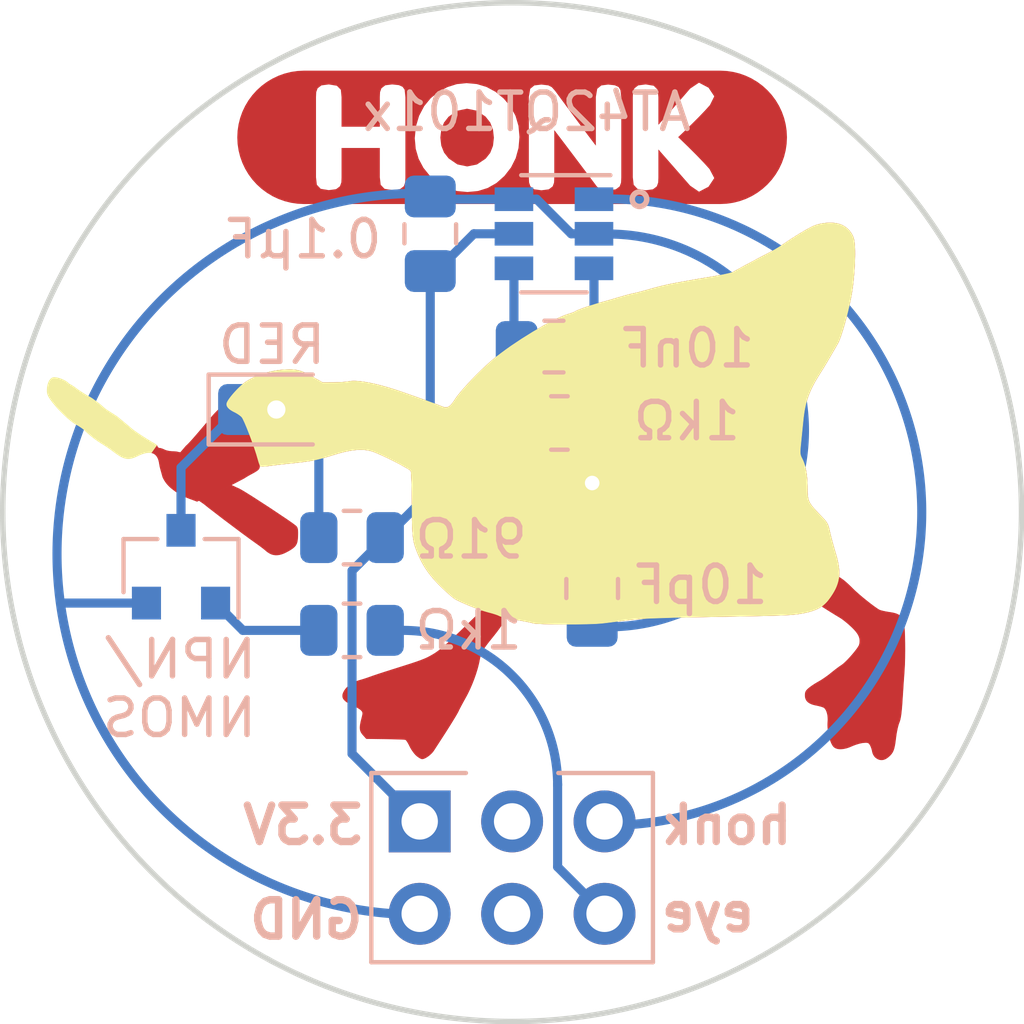
<source format=kicad_pcb>
(kicad_pcb (version 20171130) (host pcbnew "(5.1.10)-1")

  (general
    (thickness 1.6)
    (drawings 20)
    (tracks 34)
    (zones 0)
    (modules 12)
    (nets 13)
  )

  (page A4)
  (layers
    (0 F.Cu signal)
    (31 B.Cu signal)
    (32 B.Adhes user)
    (33 F.Adhes user)
    (34 B.Paste user)
    (35 F.Paste user)
    (36 B.SilkS user)
    (37 F.SilkS user)
    (38 B.Mask user)
    (39 F.Mask user)
    (40 Dwgs.User user)
    (41 Cmts.User user)
    (42 Eco1.User user)
    (43 Eco2.User user)
    (44 Edge.Cuts user)
    (45 Margin user)
    (46 B.CrtYd user)
    (47 F.CrtYd user)
    (48 B.Fab user)
    (49 F.Fab user)
  )

  (setup
    (last_trace_width 0.25)
    (trace_clearance 0.2)
    (zone_clearance 0.508)
    (zone_45_only no)
    (trace_min 0.2)
    (via_size 0.8)
    (via_drill 0.4)
    (via_min_size 0.4)
    (via_min_drill 0.3)
    (uvia_size 0.3)
    (uvia_drill 0.1)
    (uvias_allowed no)
    (uvia_min_size 0.2)
    (uvia_min_drill 0.1)
    (edge_width 0.05)
    (segment_width 0.2)
    (pcb_text_width 0.3)
    (pcb_text_size 1.5 1.5)
    (mod_edge_width 0.12)
    (mod_text_size 1 1)
    (mod_text_width 0.15)
    (pad_size 1.524 1.524)
    (pad_drill 0.762)
    (pad_to_mask_clearance 0)
    (aux_axis_origin 0 0)
    (grid_origin 100 100)
    (visible_elements 7FFD7FFF)
    (pcbplotparams
      (layerselection 0x010fc_ffffffff)
      (usegerberextensions false)
      (usegerberattributes true)
      (usegerberadvancedattributes true)
      (creategerberjobfile true)
      (excludeedgelayer true)
      (linewidth 0.100000)
      (plotframeref false)
      (viasonmask false)
      (mode 1)
      (useauxorigin false)
      (hpglpennumber 1)
      (hpglpenspeed 20)
      (hpglpendiameter 15.000000)
      (psnegative false)
      (psa4output false)
      (plotreference true)
      (plotvalue true)
      (plotinvisibletext false)
      (padsonsilk false)
      (subtractmaskfromsilk false)
      (outputformat 1)
      (mirror false)
      (drillshape 1)
      (scaleselection 1)
      (outputdirectory ""))
  )

  (net 0 "")
  (net 1 0V)
  (net 2 "Net-(C2-Pad2)")
  (net 3 "Net-(C2-Pad1)")
  (net 4 honk)
  (net 5 Vin)
  (net 6 "Net-(C3-Pad1)")
  (net 7 eye)
  (net 8 "Net-(D1-Pad2)")
  (net 9 "Net-(D1-Pad1)")
  (net 10 "Net-(Q1-Pad1)")
  (net 11 "Net-(J1-Pad4)")
  (net 12 "Net-(J1-Pad3)")

  (net_class Default "This is the default net class."
    (clearance 0.2)
    (trace_width 0.25)
    (via_dia 0.8)
    (via_drill 0.4)
    (uvia_dia 0.3)
    (uvia_drill 0.1)
    (add_net 0V)
    (add_net "Net-(C2-Pad1)")
    (add_net "Net-(C2-Pad2)")
    (add_net "Net-(C3-Pad1)")
    (add_net "Net-(D1-Pad1)")
    (add_net "Net-(D1-Pad2)")
    (add_net "Net-(J1-Pad3)")
    (add_net "Net-(J1-Pad4)")
    (add_net "Net-(Q1-Pad1)")
    (add_net Vin)
    (add_net eye)
    (add_net honk)
  )

  (module LED_SMD:LED_0805_2012Metric_Pad1.15x1.40mm_HandSolder (layer B.Cu) (tedit 6169EC78) (tstamp 61244A2B)
    (at 93.52 97.18)
    (descr "LED SMD 0805 (2012 Metric), square (rectangular) end terminal, IPC_7351 nominal, (Body size source: https://docs.google.com/spreadsheets/d/1BsfQQcO9C6DZCsRaXUlFlo91Tg2WpOkGARC1WS5S8t0/edit?usp=sharing), generated with kicad-footprint-generator")
    (tags "LED handsolder")
    (path /6125A994)
    (attr smd)
    (fp_text reference D1 (at -0.02 1.72) (layer B.SilkS) hide
      (effects (font (size 1 1) (thickness 0.15)) (justify mirror))
    )
    (fp_text value "Reverse-mounted red 0805" (at 0 -1.65) (layer B.Fab)
      (effects (font (size 1 1) (thickness 0.15)) (justify mirror))
    )
    (fp_text user %R (at 0 0) (layer B.Fab)
      (effects (font (size 0.5 0.5) (thickness 0.08)) (justify mirror))
    )
    (fp_line (start 1 0.6) (end -0.7 0.6) (layer B.Fab) (width 0.1))
    (fp_line (start -0.7 0.6) (end -1 0.3) (layer B.Fab) (width 0.1))
    (fp_line (start -1 0.3) (end -1 -0.6) (layer B.Fab) (width 0.1))
    (fp_line (start -1 -0.6) (end 1 -0.6) (layer B.Fab) (width 0.1))
    (fp_line (start 1 -0.6) (end 1 0.6) (layer B.Fab) (width 0.1))
    (fp_line (start 1 0.96) (end -1.86 0.96) (layer B.SilkS) (width 0.12))
    (fp_line (start -1.86 0.96) (end -1.86 -0.96) (layer B.SilkS) (width 0.12))
    (fp_line (start -1.86 -0.96) (end 1 -0.96) (layer B.SilkS) (width 0.12))
    (fp_line (start -1.85 -0.95) (end -1.85 0.95) (layer B.CrtYd) (width 0.05))
    (fp_line (start -1.85 0.95) (end 1.85 0.95) (layer B.CrtYd) (width 0.05))
    (fp_line (start 1.85 0.95) (end 1.85 -0.95) (layer B.CrtYd) (width 0.05))
    (fp_line (start 1.85 -0.95) (end -1.85 -0.95) (layer B.CrtYd) (width 0.05))
    (fp_circle (center 0 0) (end 0.15 0) (layer B.Mask) (width 0.3))
    (pad 2 smd roundrect (at 1.025 0) (size 1.15 1.4) (layers B.Cu B.Paste B.Mask) (roundrect_rratio 0.217391)
      (net 8 "Net-(D1-Pad2)"))
    (pad 1 smd roundrect (at -1.025 0) (size 1.15 1.4) (layers B.Cu B.Paste B.Mask) (roundrect_rratio 0.217391)
      (net 9 "Net-(D1-Pad1)"))
    (model ${KISYS3DMOD}/LED_SMD.3dshapes/LED_0805_2012Metric.wrl
      (offset (xyz 0 0 1.15))
      (scale (xyz 1 1 1))
      (rotate (xyz 180 0 0))
    )
  )

  (module Resistor_SMD:R_0805_2012Metric (layer B.Cu) (tedit 5F68FEEE) (tstamp 61244AB2)
    (at 95.6 103.25)
    (descr "Resistor SMD 0805 (2012 Metric), square (rectangular) end terminal, IPC_7351 nominal, (Body size source: IPC-SM-782 page 72, https://www.pcb-3d.com/wordpress/wp-content/uploads/ipc-sm-782a_amendment_1_and_2.pdf), generated with kicad-footprint-generator")
    (tags resistor)
    (path /612682D2)
    (attr smd)
    (fp_text reference R3 (at 0 1.65) (layer B.SilkS) hide
      (effects (font (size 1 1) (thickness 0.15)) (justify mirror))
    )
    (fp_text value 1kΩ (at 0 -1.65) (layer B.Fab)
      (effects (font (size 1 1) (thickness 0.15)) (justify mirror))
    )
    (fp_line (start 1.68 -0.95) (end -1.68 -0.95) (layer B.CrtYd) (width 0.05))
    (fp_line (start 1.68 0.95) (end 1.68 -0.95) (layer B.CrtYd) (width 0.05))
    (fp_line (start -1.68 0.95) (end 1.68 0.95) (layer B.CrtYd) (width 0.05))
    (fp_line (start -1.68 -0.95) (end -1.68 0.95) (layer B.CrtYd) (width 0.05))
    (fp_line (start -0.227064 -0.735) (end 0.227064 -0.735) (layer B.SilkS) (width 0.12))
    (fp_line (start -0.227064 0.735) (end 0.227064 0.735) (layer B.SilkS) (width 0.12))
    (fp_line (start 1 -0.625) (end -1 -0.625) (layer B.Fab) (width 0.1))
    (fp_line (start 1 0.625) (end 1 -0.625) (layer B.Fab) (width 0.1))
    (fp_line (start -1 0.625) (end 1 0.625) (layer B.Fab) (width 0.1))
    (fp_line (start -1 -0.625) (end -1 0.625) (layer B.Fab) (width 0.1))
    (fp_text user %R (at 0 0) (layer B.Fab)
      (effects (font (size 0.5 0.5) (thickness 0.08)) (justify mirror))
    )
    (pad 2 smd roundrect (at 0.9125 0) (size 1.025 1.4) (layers B.Cu B.Paste B.Mask) (roundrect_rratio 0.243902)
      (net 7 eye))
    (pad 1 smd roundrect (at -0.9125 0) (size 1.025 1.4) (layers B.Cu B.Paste B.Mask) (roundrect_rratio 0.243902)
      (net 10 "Net-(Q1-Pad1)"))
    (model ${KISYS3DMOD}/Resistor_SMD.3dshapes/R_0805_2012Metric.wrl
      (at (xyz 0 0 0))
      (scale (xyz 1 1 1))
      (rotate (xyz 0 0 0))
    )
  )

  (module Resistor_SMD:R_0805_2012Metric (layer B.Cu) (tedit 5F68FEEE) (tstamp 61244AA1)
    (at 95.6 100.7)
    (descr "Resistor SMD 0805 (2012 Metric), square (rectangular) end terminal, IPC_7351 nominal, (Body size source: IPC-SM-782 page 72, https://www.pcb-3d.com/wordpress/wp-content/uploads/ipc-sm-782a_amendment_1_and_2.pdf), generated with kicad-footprint-generator")
    (tags resistor)
    (path /6125A235)
    (attr smd)
    (fp_text reference R2 (at 0 1.65) (layer B.SilkS) hide
      (effects (font (size 1 1) (thickness 0.15)) (justify mirror))
    )
    (fp_text value 91Ω (at 0 -1.65) (layer B.Fab)
      (effects (font (size 1 1) (thickness 0.15)) (justify mirror))
    )
    (fp_line (start 1.68 -0.95) (end -1.68 -0.95) (layer B.CrtYd) (width 0.05))
    (fp_line (start 1.68 0.95) (end 1.68 -0.95) (layer B.CrtYd) (width 0.05))
    (fp_line (start -1.68 0.95) (end 1.68 0.95) (layer B.CrtYd) (width 0.05))
    (fp_line (start -1.68 -0.95) (end -1.68 0.95) (layer B.CrtYd) (width 0.05))
    (fp_line (start -0.227064 -0.735) (end 0.227064 -0.735) (layer B.SilkS) (width 0.12))
    (fp_line (start -0.227064 0.735) (end 0.227064 0.735) (layer B.SilkS) (width 0.12))
    (fp_line (start 1 -0.625) (end -1 -0.625) (layer B.Fab) (width 0.1))
    (fp_line (start 1 0.625) (end 1 -0.625) (layer B.Fab) (width 0.1))
    (fp_line (start -1 0.625) (end 1 0.625) (layer B.Fab) (width 0.1))
    (fp_line (start -1 -0.625) (end -1 0.625) (layer B.Fab) (width 0.1))
    (fp_text user %R (at 0 0) (layer B.Fab)
      (effects (font (size 0.5 0.5) (thickness 0.08)) (justify mirror))
    )
    (pad 2 smd roundrect (at 0.9125 0) (size 1.025 1.4) (layers B.Cu B.Paste B.Mask) (roundrect_rratio 0.243902)
      (net 5 Vin))
    (pad 1 smd roundrect (at -0.9125 0) (size 1.025 1.4) (layers B.Cu B.Paste B.Mask) (roundrect_rratio 0.243902)
      (net 8 "Net-(D1-Pad2)"))
    (model ${KISYS3DMOD}/Resistor_SMD.3dshapes/R_0805_2012Metric.wrl
      (at (xyz 0 0 0))
      (scale (xyz 1 1 1))
      (rotate (xyz 0 0 0))
    )
  )

  (module Package_TO_SOT_SMD:SOT-23 (layer B.Cu) (tedit 5A02FF57) (tstamp 61244A70)
    (at 90.9 101.5 90)
    (descr "SOT-23, Standard")
    (tags SOT-23)
    (path /61266959)
    (attr smd)
    (fp_text reference Q1 (at 0 2.5 90) (layer B.SilkS) hide
      (effects (font (size 1 1) (thickness 0.15)) (justify mirror))
    )
    (fp_text value Q_NMOS_GSD (at 0 -2.5 90) (layer B.Fab)
      (effects (font (size 1 1) (thickness 0.15)) (justify mirror))
    )
    (fp_line (start 0.76 -1.58) (end -0.7 -1.58) (layer B.SilkS) (width 0.12))
    (fp_line (start 0.76 1.58) (end -1.4 1.58) (layer B.SilkS) (width 0.12))
    (fp_line (start -1.7 -1.75) (end -1.7 1.75) (layer B.CrtYd) (width 0.05))
    (fp_line (start 1.7 -1.75) (end -1.7 -1.75) (layer B.CrtYd) (width 0.05))
    (fp_line (start 1.7 1.75) (end 1.7 -1.75) (layer B.CrtYd) (width 0.05))
    (fp_line (start -1.7 1.75) (end 1.7 1.75) (layer B.CrtYd) (width 0.05))
    (fp_line (start 0.76 1.58) (end 0.76 0.65) (layer B.SilkS) (width 0.12))
    (fp_line (start 0.76 -1.58) (end 0.76 -0.65) (layer B.SilkS) (width 0.12))
    (fp_line (start -0.7 -1.52) (end 0.7 -1.52) (layer B.Fab) (width 0.1))
    (fp_line (start 0.7 1.52) (end 0.7 -1.52) (layer B.Fab) (width 0.1))
    (fp_line (start -0.7 0.95) (end -0.15 1.52) (layer B.Fab) (width 0.1))
    (fp_line (start -0.15 1.52) (end 0.7 1.52) (layer B.Fab) (width 0.1))
    (fp_line (start -0.7 0.95) (end -0.7 -1.5) (layer B.Fab) (width 0.1))
    (fp_text user %R (at 0 0 180) (layer B.Fab)
      (effects (font (size 0.5 0.5) (thickness 0.075)) (justify mirror))
    )
    (pad 3 smd rect (at 1 0 90) (size 0.9 0.8) (layers B.Cu B.Paste B.Mask)
      (net 9 "Net-(D1-Pad1)"))
    (pad 2 smd rect (at -1 -0.95 90) (size 0.9 0.8) (layers B.Cu B.Paste B.Mask)
      (net 1 0V))
    (pad 1 smd rect (at -1 0.95 90) (size 0.9 0.8) (layers B.Cu B.Paste B.Mask)
      (net 10 "Net-(Q1-Pad1)"))
    (model ${KISYS3DMOD}/Package_TO_SOT_SMD.3dshapes/SOT-23.wrl
      (at (xyz 0 0 0))
      (scale (xyz 1 1 1))
      (rotate (xyz 0 0 0))
    )
  )

  (module goose:honk_captouch_scaled_afterdark (layer F.Cu) (tedit 61241666) (tstamp 61243781)
    (at 98.32 99.43)
    (fp_text reference GOOSE1 (at 0 -8) (layer F.SilkS) hide
      (effects (font (size 1.524 1.524) (thickness 0.3)))
    )
    (fp_text value LOGO (at 0.75 0) (layer F.SilkS) hide
      (effects (font (size 1.524 1.524) (thickness 0.3)))
    )
    (fp_poly (pts (xy 11.6777 7.3205) (xy 11.6691 7.3129) (xy 11.6605 7.305) (xy 11.6521 7.2964)
      (xy 11.6442 7.287) (xy 11.6363 7.2773) (xy 11.6292 7.2671) (xy 11.6221 7.2564)
      (xy 11.6155 7.2452) (xy 11.6094 7.2338) (xy 11.6038 7.2221) (xy 11.5985 7.2102)
      (xy 11.5939 7.198) (xy 11.5896 7.1856) (xy 11.5858 7.1729) (xy 11.5828 7.1602)
      (xy 11.5803 7.1475) (xy 11.578 7.1358) (xy 11.5755 7.1236) (xy 11.5692 7.0987)
      (xy 11.5618 7.073) (xy 11.5534 7.0479) (xy 11.5443 7.0238) (xy 11.5349 7.0014)
      (xy 11.5303 6.991) (xy 11.5255 6.9813) (xy 11.5207 6.9727) (xy 11.5161 6.9648)
      (xy 11.509 6.9539) (xy 11.5054 6.9488) (xy 11.5018 6.944) (xy 11.4985 6.9394)
      (xy 11.4949 6.9353) (xy 11.4913 6.9315) (xy 11.4877 6.9279) (xy 11.4841 6.9243)
      (xy 11.4803 6.9215) (xy 11.4765 6.9185) (xy 11.4724 6.916) (xy 11.4681 6.9137)
      (xy 11.464 6.9117) (xy 11.4592 6.9097) (xy 11.4546 6.9082) (xy 11.4495 6.9069)
      (xy 11.4442 6.9056) (xy 11.4386 6.9046) (xy 11.4328 6.9038) (xy 11.4265 6.903)
      (xy 11.4199 6.9027) (xy 11.413 6.9024) (xy 11.3978 6.9024) (xy 11.3897 6.9027)
      (xy 11.3719 6.9035) (xy 11.3521 6.905) (xy 11.33 6.907) (xy 11.3148 6.9088)
      (xy 11.298 6.9116) (xy 11.2802 6.9149) (xy 11.2614 6.9187) (xy 11.2213 6.9284)
      (xy 11.1789 6.9403) (xy 11.1357 6.9538) (xy 11.093 6.9688) (xy 11.0519 6.9845)
      (xy 11.0323 6.9926) (xy 11.0138 7.0007) (xy 10.9739 7.018) (xy 10.935 7.0332)
      (xy 10.8966 7.0464) (xy 10.8595 7.0573) (xy 10.8234 7.0659) (xy 10.7883 7.0725)
      (xy 10.7545 7.0771) (xy 10.722 7.0794) (xy 10.691 7.0797) (xy 10.6615 7.0779)
      (xy 10.6336 7.0738) (xy 10.6074 7.0675) (xy 10.583 7.0591) (xy 10.5606 7.0484)
      (xy 10.54 7.0357) (xy 10.5217 7.0207) (xy 10.5126 7.011) (xy 10.5032 7.0003)
      (xy 10.4854 6.9739) (xy 10.4679 6.9427) (xy 10.4511 6.9069) (xy 10.4354 6.867)
      (xy 10.4204 6.8238) (xy 10.4067 6.7778) (xy 10.3943 6.7295) (xy 10.3831 6.6797)
      (xy 10.3734 6.6289) (xy 10.3658 6.5776) (xy 10.3597 6.5265) (xy 10.3556 6.4765)
      (xy 10.3538 6.4277) (xy 10.3543 6.3807) (xy 10.3571 6.3365) (xy 10.3596 6.3032)
      (xy 10.3604 6.2702) (xy 10.3596 6.2374) (xy 10.3576 6.2054) (xy 10.3543 6.1739)
      (xy 10.3495 6.1434) (xy 10.3437 6.1144) (xy 10.3363 6.0865) (xy 10.3282 6.0603)
      (xy 10.3188 6.0357) (xy 10.3081 6.0131) (xy 10.2969 5.993) (xy 10.2845 5.975)
      (xy 10.2713 5.9595) (xy 10.2576 5.9471) (xy 10.2502 5.9418) (xy 10.2428 5.9375)
      (xy 10.2362 5.9342) (xy 10.2281 5.9309) (xy 10.2187 5.9271) (xy 10.2083 5.9233)
      (xy 10.1842 5.9154) (xy 10.1565 5.9073) (xy 10.1263 5.8992) (xy 10.0943 5.8913)
      (xy 10.0615 5.8839) (xy 10.0287 5.8773) (xy 9.9919 5.8694) (xy 9.9579 5.8605)
      (xy 9.9261 5.8506) (xy 9.8969 5.8392) (xy 9.8702 5.827) (xy 9.8461 5.8133)
      (xy 9.8349 5.8059) (xy 9.8242 5.7983) (xy 9.8143 5.7904) (xy 9.8049 5.7823)
      (xy 9.796 5.7739) (xy 9.7879 5.765) (xy 9.7803 5.7556) (xy 9.7732 5.7462)
      (xy 9.7669 5.7363) (xy 9.7611 5.7261) (xy 9.7558 5.7154) (xy 9.751 5.7045)
      (xy 9.7469 5.6933) (xy 9.7433 5.6816) (xy 9.7403 5.6697) (xy 9.7378 5.6575)
      (xy 9.736 5.6448) (xy 9.7345 5.6318) (xy 9.7335 5.6044) (xy 9.7338 5.5876)
      (xy 9.7346 5.5721) (xy 9.7359 5.5576) (xy 9.7379 5.5439) (xy 9.7407 5.5312)
      (xy 9.7443 5.519) (xy 9.7466 5.5132) (xy 9.7489 5.5076) (xy 9.7514 5.5018)
      (xy 9.7542 5.4962) (xy 9.7608 5.485) (xy 9.7684 5.4741) (xy 9.7773 5.4632)
      (xy 9.7875 5.452) (xy 9.7989 5.4403) (xy 9.8116 5.4284) (xy 9.8261 5.416)
      (xy 9.8418 5.4025) (xy 9.8669 5.3829) (xy 9.8961 5.3613) (xy 9.9289 5.3384)
      (xy 9.964 5.315) (xy 10.0001 5.2916) (xy 10.0364 5.2695) (xy 10.0717 5.2487)
      (xy 10.105 5.2302) (xy 10.1401 5.2104) (xy 10.18 5.1858) (xy 10.2234 5.1576)
      (xy 10.2691 5.1266) (xy 10.3156 5.0938) (xy 10.3616 5.0603) (xy 10.4055 5.0265)
      (xy 10.4461 4.994) (xy 10.4855 4.9622) (xy 10.5261 4.9299) (xy 10.5665 4.8984)
      (xy 10.6061 4.8682) (xy 10.6434 4.8405) (xy 10.6772 4.8161) (xy 10.7064 4.796)
      (xy 10.7298 4.7808) (xy 10.7562 4.7623) (xy 10.7869 4.7374) (xy 10.8209 4.7069)
      (xy 10.8577 4.6718) (xy 10.8966 4.6329) (xy 10.9362 4.591) (xy 10.9763 4.5473)
      (xy 11.0159 4.5023) (xy 11.0543 4.4571) (xy 11.0909 4.4127) (xy 11.1244 4.37)
      (xy 11.1546 4.3296) (xy 11.1803 4.2925) (xy 11.2011 4.2597) (xy 11.2158 4.232)
      (xy 11.2206 4.2203) (xy 11.2239 4.2104) (xy 11.2308 4.1794) (xy 11.2351 4.1494)
      (xy 11.2364 4.1347) (xy 11.2372 4.12) (xy 11.2372 4.1055) (xy 11.2367 4.091)
      (xy 11.2354 4.0768) (xy 11.2336 4.0623) (xy 11.2311 4.0481) (xy 11.2281 4.0341)
      (xy 11.2243 4.0199) (xy 11.22 4.0059) (xy 11.2147 3.9917) (xy 11.2089 3.9775)
      (xy 11.2023 3.963) (xy 11.1952 3.9488) (xy 11.1784 3.9198) (xy 11.1588 3.8901)
      (xy 11.1359 3.8599) (xy 11.1102 3.8287) (xy 11.0812 3.7964) (xy 11.0492 3.7631)
      (xy 11.0139 3.7283) (xy 10.9735 3.6907) (xy 10.9306 3.6523) (xy 10.8869 3.6147)
      (xy 10.8435 3.5789) (xy 10.8016 3.5456) (xy 10.7627 3.5161) (xy 10.7279 3.4915)
      (xy 10.7124 3.4813) (xy 10.6987 3.4727) (xy 10.6349 3.4346) (xy 10.5554 3.3861)
      (xy 10.4701 3.3335) (xy 10.3893 3.283) (xy 10.2067 3.1684) (xy 10.2826 3.0876)
      (xy 10.307 3.0604) (xy 10.3327 3.0294) (xy 10.3589 2.9956) (xy 10.3856 2.959)
      (xy 10.4123 2.9204) (xy 10.4392 2.8803) (xy 10.4654 2.8389) (xy 10.4911 2.797)
      (xy 10.5157 2.7551) (xy 10.5388 2.7134) (xy 10.5604 2.6725) (xy 10.5802 2.6331)
      (xy 10.598 2.5955) (xy 10.613 2.5602) (xy 10.6254 2.5277) (xy 10.6345 2.4987)
      (xy 10.6729 2.3615) (xy 10.7669 2.4258) (xy 10.7776 2.4334) (xy 10.7895 2.4425)
      (xy 10.8177 2.4654) (xy 10.8502 2.4931) (xy 10.8863 2.5251) (xy 10.9247 2.5602)
      (xy 10.9641 2.5973) (xy 11.0032 2.6354) (xy 11.0413 2.6735) (xy 11.0761 2.7078)
      (xy 11.116 2.7451) (xy 11.2079 2.8274) (xy 11.311 2.9153) (xy 11.419 3.0034)
      (xy 11.5252 3.087) (xy 11.6238 3.1607) (xy 11.7079 3.2196) (xy 11.7427 3.242)
      (xy 11.7714 3.2588) (xy 11.779 3.2624) (xy 11.7884 3.2662) (xy 11.7998 3.27)
      (xy 11.8128 3.2741) (xy 11.8435 3.2827) (xy 11.8796 3.2913) (xy 11.9197 3.2999)
      (xy 11.9626 3.3083) (xy 12.0073 3.3162) (xy 12.0525 3.3231) (xy 12.0982 3.3302)
      (xy 12.1401 3.3378) (xy 12.1785 3.3467) (xy 12.2136 3.3564) (xy 12.2456 3.3673)
      (xy 12.2743 3.3795) (xy 12.3005 3.393) (xy 12.3241 3.4082) (xy 12.335 3.4163)
      (xy 12.3452 3.4249) (xy 12.3551 3.434) (xy 12.3642 3.4437) (xy 12.3728 3.4539)
      (xy 12.3809 3.4643) (xy 12.3959 3.4872) (xy 12.4096 3.5121) (xy 12.4213 3.5395)
      (xy 12.4322 3.5692) (xy 12.4416 3.6017) (xy 12.4482 3.635) (xy 12.4543 3.682)
      (xy 12.4642 3.8118) (xy 12.4713 3.9784) (xy 12.4754 4.1699) (xy 12.4764 4.3731)
      (xy 12.4739 4.5763) (xy 12.4681 4.7663) (xy 12.4587 4.9309) (xy 12.4346 5.272)
      (xy 12.4056 5.7124) (xy 12.3967 5.8447) (xy 12.3876 5.9587) (xy 12.3779 6.0565)
      (xy 12.3677 6.139) (xy 12.3568 6.2083) (xy 12.3446 6.2662) (xy 12.3314 6.3142)
      (xy 12.3164 6.3541) (xy 12.3103 6.3688) (xy 12.3042 6.3861) (xy 12.2981 6.4054)
      (xy 12.2918 6.4267) (xy 12.2791 6.4742) (xy 12.2667 6.5273) (xy 12.255 6.5839)
      (xy 12.2441 6.6428) (xy 12.2347 6.702) (xy 12.2268 6.7599) (xy 12.2121 6.876)
      (xy 12.2047 6.926) (xy 12.1971 6.971) (xy 12.189 7.0114) (xy 12.1804 7.048)
      (xy 12.1713 7.081) (xy 12.1611 7.1107) (xy 12.1499 7.1379) (xy 12.1377 7.1628)
      (xy 12.1237 7.1859) (xy 12.1087 7.2077) (xy 12.0917 7.2288) (xy 12.0729 7.2491)
      (xy 12.0518 7.2697) (xy 12.0289 7.2905) (xy 12.006 7.3093) (xy 11.9834 7.3258)
      (xy 11.9608 7.3403) (xy 11.9496 7.3464) (xy 11.9384 7.3522) (xy 11.9272 7.3573)
      (xy 11.916 7.3619) (xy 11.9048 7.366) (xy 11.8936 7.3696) (xy 11.8827 7.3724)
      (xy 11.8715 7.3747) (xy 11.8606 7.3765) (xy 11.8494 7.3778) (xy 11.8385 7.3783)
      (xy 11.8276 7.3783) (xy 11.8167 7.3778) (xy 11.8058 7.3768) (xy 11.7949 7.375)
      (xy 11.7842 7.373) (xy 11.7733 7.3702) (xy 11.7626 7.3666) (xy 11.7519 7.3628)
      (xy 11.7412 7.3582) (xy 11.7305 7.3531) (xy 11.7198 7.3475) (xy 11.7091 7.3412)
      (xy 11.6987 7.3346) (xy 11.6883 7.3272)) (layer F.Cu) (width 0.015))
    (fp_poly (pts (xy -0.9512 7.2595) (xy -0.9624 7.2493) (xy -0.9741 7.2376) (xy -0.986 7.2246)
      (xy -0.9982 7.2106) (xy -1.0106 7.1956) (xy -1.0233 7.1796) (xy -1.0357 7.1631)
      (xy -1.0481 7.1458) (xy -1.0605 7.128) (xy -1.0727 7.11) (xy -1.0844 7.0917)
      (xy -1.0956 7.0734) (xy -1.1063 7.0554) (xy -1.1165 7.0371) (xy -1.1259 7.0196)
      (xy -1.1343 7.0023) (xy -1.1508 6.9688) (xy -1.1673 6.937) (xy -1.1841 6.9078)
      (xy -1.2001 6.8816) (xy -1.2153 6.8592) (xy -1.2222 6.8498) (xy -1.2288 6.8417)
      (xy -1.2346 6.8348) (xy -1.2402 6.8292) (xy -1.245 6.8254) (xy -1.2491 6.8231)
      (xy -1.2557 6.8216) (xy -1.2671 6.8201) (xy -1.3047 6.8171) (xy -1.3588 6.8141)
      (xy -1.4279 6.8113) (xy -1.5097 6.8085) (xy -1.6014 6.806) (xy -1.701 6.804)
      (xy -1.8062 6.8022) (xy -2.3264 6.7953) (xy -2.414 6.6973) (xy -2.4318 6.6765)
      (xy -2.4475 6.6562) (xy -2.4544 6.646) (xy -2.461 6.6358) (xy -2.4671 6.6256)
      (xy -2.4724 6.6154) (xy -2.4772 6.605) (xy -2.4818 6.5946) (xy -2.4859 6.5837)
      (xy -2.4892 6.5728) (xy -2.492 6.5616) (xy -2.4945 6.5502) (xy -2.4963 6.5383)
      (xy -2.4978 6.5261) (xy -2.4988 6.5137) (xy -2.4993 6.5005) (xy -2.4993 6.487)
      (xy -2.4988 6.473) (xy -2.4978 6.4583) (xy -2.4963 6.4431) (xy -2.492 6.4108)
      (xy -2.4859 6.3757) (xy -2.478 6.3373) (xy -2.4683 6.2956) (xy -2.4569 6.2504)
      (xy -2.4434 6.1971) (xy -2.4381 6.1747) (xy -2.4338 6.1546) (xy -2.4305 6.1373)
      (xy -2.4285 6.1216) (xy -2.4272 6.1079) (xy -2.4269 6.0955) (xy -2.4279 6.0846)
      (xy -2.4297 6.0742) (xy -2.4327 6.0648) (xy -2.4368 6.0559) (xy -2.4421 6.047)
      (xy -2.4484 6.0381) (xy -2.4558 6.029) (xy -2.4642 6.0191) (xy -2.4705 6.0128)
      (xy -2.4781 6.0057) (xy -2.4872 5.9983) (xy -2.4976 5.9904) (xy -2.509 5.982)
      (xy -2.5217 5.9736) (xy -2.5354 5.9647) (xy -2.5496 5.9558) (xy -2.5648 5.9469)
      (xy -2.5805 5.9378) (xy -2.5968 5.9289) (xy -2.6133 5.92) (xy -2.6303 5.9111)
      (xy -2.6476 5.9027) (xy -2.6646 5.8946) (xy -2.6819 5.8867) (xy -2.7357 5.8618)
      (xy -2.7842 5.8372) (xy -2.8269 5.8133) (xy -2.8642 5.7892) (xy -2.881 5.7773)
      (xy -2.896 5.7654) (xy -2.91 5.7535) (xy -2.9227 5.7413) (xy -2.9339 5.7291)
      (xy -2.9441 5.7169) (xy -2.9527 5.7047) (xy -2.9601 5.692) (xy -2.9662 5.6793)
      (xy -2.971 5.6666) (xy -2.9748 5.6534) (xy -2.9771 5.6402) (xy -2.9784 5.6265)
      (xy -2.9784 5.6128) (xy -2.9771 5.5986) (xy -2.9748 5.5844) (xy -2.971 5.5697)
      (xy -2.9662 5.5545) (xy -2.9604 5.539) (xy -2.9535 5.5233) (xy -2.9451 5.5068)
      (xy -2.936 5.4903) (xy -2.9142 5.4555) (xy -2.8985 5.4339) (xy -2.881 5.4128)
      (xy -2.8614 5.392) (xy -2.8401 5.3717) (xy -2.817 5.3519) (xy -2.7924 5.3323)
      (xy -2.7662 5.3135) (xy -2.7388 5.2955) (xy -2.7104 5.2782) (xy -2.6804 5.2617)
      (xy -2.6499 5.2462) (xy -2.6184 5.2317) (xy -2.5861 5.2185) (xy -2.5533 5.2063)
      (xy -2.52 5.1954) (xy -2.4865 5.1857) (xy -2.4593 5.1781) (xy -2.4281 5.1687)
      (xy -2.3938 5.1583) (xy -2.3575 5.1466) (xy -2.2838 5.1217) (xy -2.2485 5.1093)
      (xy -2.216 5.0974) (xy -2.122 5.0644) (xy -1.9775 5.0159) (xy -1.8017 4.959)
      (xy -1.6148 4.8996) (xy -1.1294 4.7459) (xy -0.9625 4.6905) (xy -0.8332 4.6445)
      (xy -0.7311 4.6041) (xy -0.646 4.5655) (xy -0.5683 4.5249) (xy -0.4875 4.4789)
      (xy -0.4563 4.4598) (xy -0.4235 4.4385) (xy -0.3892 4.4149) (xy -0.3531 4.3885)
      (xy -0.315 4.3595) (xy -0.2749 4.3275) (xy -0.232 4.2924) (xy -0.1868 4.254)
      (xy -0.0877 4.1671) (xy 0.0241 4.065) (xy 0.1501 3.9469) (xy 0.2918 3.811)
      (xy 0.8453 3.2756) (xy 1.0432 3.3264) (xy 1.1318 3.3505) (xy 1.2128 3.3751)
      (xy 1.2849 3.4) (xy 1.3469 3.4241) (xy 1.3736 3.436) (xy 1.3972 3.4474)
      (xy 1.4178 3.4586) (xy 1.4351 3.469) (xy 1.4486 3.4792) (xy 1.4585 3.4889)
      (xy 1.4646 3.4975) (xy 1.4661 3.5018) (xy 1.4666 3.5056) (xy 1.4663 3.5122)
      (xy 1.4655 3.5193) (xy 1.4637 3.5269) (xy 1.4617 3.5353) (xy 1.4554 3.5536)
      (xy 1.4465 3.5744) (xy 1.4351 3.5975) (xy 1.4209 3.6229) (xy 1.4044 3.6506)
      (xy 1.3851 3.6811) (xy 1.3635 3.7136) (xy 1.3391 3.7489) (xy 1.3119 3.7865)
      (xy 1.2822 3.8269) (xy 1.2499 3.8696) (xy 1.2148 3.9148) (xy 1.177 3.9626)
      (xy 1.1366 4.0129) (xy 1.0447 4.1277) (xy 1.0061 4.1775) (xy 0.9718 4.223)
      (xy 0.9416 4.2647) (xy 0.9149 4.3033) (xy 0.8918 4.3394) (xy 0.8717 4.3734)
      (xy 0.8542 4.4062) (xy 0.8392 4.4382) (xy 0.8262 4.47) (xy 0.815 4.502)
      (xy 0.8051 4.5353) (xy 0.7962 4.5701) (xy 0.7881 4.6072) (xy 0.7802 4.6471)
      (xy 0.7685 4.7055) (xy 0.7545 4.7662) (xy 0.7385 4.8284) (xy 0.7207 4.8924)
      (xy 0.6801 5.0235) (xy 0.6331 5.1568) (xy 0.581 5.2899) (xy 0.5246 5.4202)
      (xy 0.4652 5.5449) (xy 0.4345 5.6046) (xy 0.4033 5.6617) (xy 0.3362 5.7826)
      (xy 0.2768 5.8928) (xy 0.2313 5.9797) (xy 0.2161 6.0107) (xy 0.2067 6.0313)
      (xy 0.1993 6.0476) (xy 0.1879 6.0694) (xy 0.1539 6.1301) (xy 0.1059 6.2111)
      (xy 0.0454 6.3102) (xy -0.0257 6.425) (xy -0.1067 6.5533) (xy -0.1959 6.6925)
      (xy -0.2919 6.8408) (xy -0.473 7.1202) (xy -0.4872 7.141) (xy -0.5035 7.1616)
      (xy -0.5215 7.1822) (xy -0.5411 7.2025) (xy -0.5619 7.2223) (xy -0.5835 7.2416)
      (xy -0.6059 7.2599) (xy -0.6285 7.2769) (xy -0.6514 7.2929) (xy -0.674 7.3074)
      (xy -0.6964 7.3201) (xy -0.718 7.331) (xy -0.7386 7.3399) (xy -0.7579 7.3465)
      (xy -0.767 7.3488) (xy -0.7756 7.3506) (xy -0.7837 7.3516) (xy -0.7913 7.3519)
      (xy -0.7943 7.3519) (xy -0.7976 7.3514) (xy -0.8045 7.3501) (xy -0.8124 7.3478)
      (xy -0.821 7.3445) (xy -0.8301 7.3407) (xy -0.8398 7.3361) (xy -0.8502 7.3308)
      (xy -0.8609 7.325) (xy -0.8718 7.3184) (xy -0.883 7.3113) (xy -0.8944 7.3037)
      (xy -0.9061 7.2956) (xy -0.9175 7.2872) (xy -0.9289 7.2783) (xy -0.9401 7.2692)) (layer F.Cu) (width 0.015))
    (fp_poly (pts (xy -7.2024 0.1919) (xy -7.2875 0.1576) (xy -7.3251 0.1413) (xy -7.3602 0.1253)
      (xy -7.3932 0.1093) (xy -7.4244 0.093) (xy -7.4544 0.0765) (xy -7.4836 0.0592)
      (xy -7.5123 0.0412) (xy -7.5413 0.0216) (xy -7.6012 -0.0216) (xy -7.667 -0.0724)
      (xy -7.6932 -0.0937) (xy -7.7183 -0.1158) (xy -7.7424 -0.1384) (xy -7.7653 -0.1615)
      (xy -7.7869 -0.1851) (xy -7.8077 -0.2092) (xy -7.8273 -0.2341) (xy -7.8458 -0.2595)
      (xy -7.8633 -0.2854) (xy -7.8796 -0.3121) (xy -7.8948 -0.3393) (xy -7.909 -0.367)
      (xy -7.9222 -0.3957) (xy -7.8422 -0.5631) (xy -7.8384 -0.5674) (xy -7.8343 -0.572)
      (xy -7.8262 -0.5819) (xy -7.8176 -0.5933) (xy -7.8087 -0.606) (xy -7.7996 -0.6197)
      (xy -7.7902 -0.6349) (xy -7.7732 -0.6611) (xy -7.7521 -0.6911) (xy -7.7275 -0.7244)
      (xy -7.7003 -0.7592) (xy -7.6716 -0.7948) (xy -7.6421 -0.8304) (xy -7.6126 -0.8644)
      (xy -7.5839 -0.8959) (xy -7.5428 -0.9406) (xy -7.5263 -0.9594) (xy -7.5121 -0.9759)
      (xy -7.5002 -0.9906) (xy -7.4905 -1.0033) (xy -7.2822 -1.2469) (xy -7.2677 -1.2596)
      (xy -7.2522 -1.2738) (xy -7.2357 -1.2898) (xy -7.2177 -1.3078) (xy -7.1984 -1.3279)
      (xy -7.1776 -1.35) (xy -7.155 -1.3746) (xy -7.1039 -1.431) (xy -7.0445 -1.4988)
      (xy -6.9754 -1.5786) (xy -6.8954 -1.6723) (xy -6.8035 -1.7803) (xy -6.5795 -2.0452)
      (xy -6.5447 -2.0856) (xy -6.5096 -2.1245) (xy -6.4745 -2.1618) (xy -6.4402 -2.1971)
      (xy -6.4067 -2.2301) (xy -6.3739 -2.2611) (xy -6.3427 -2.289) (xy -6.3132 -2.3141)
      (xy -6.2855 -2.3362) (xy -6.2601 -2.3547) (xy -6.2372 -2.3697) (xy -6.2174 -2.3806)
      (xy -6.2009 -2.3872) (xy -6.1938 -2.389) (xy -6.1877 -2.3895) (xy -6.1824 -2.389)
      (xy -6.1783 -2.3872) (xy -6.175 -2.3842) (xy -6.173 -2.3799) (xy -6.1707 -2.3736)
      (xy -6.1682 -2.367) (xy -6.1654 -2.3604) (xy -6.1621 -2.3538) (xy -6.1585 -2.3475)
      (xy -6.1547 -2.3409) (xy -6.1458 -2.3279) (xy -6.1359 -2.3147) (xy -6.1245 -2.3017)
      (xy -6.1118 -2.289) (xy -6.0981 -2.276) (xy -6.0829 -2.2633) (xy -6.0666 -2.2509)
      (xy -6.0493 -2.2382) (xy -6.0305 -2.226) (xy -6.0107 -2.2138) (xy -5.9899 -2.2019)
      (xy -5.9681 -2.1902) (xy -5.945 -2.1785) (xy -5.9318 -2.1719) (xy -5.9183 -2.1648)
      (xy -5.8906 -2.1491) (xy -5.8627 -2.1321) (xy -5.8358 -2.1141) (xy -5.8101 -2.0958)
      (xy -5.7867 -2.0778) (xy -5.776 -2.0689) (xy -5.7663 -2.0605) (xy -5.7577 -2.0524)
      (xy -5.7501 -2.0445) (xy -5.7351 -2.0239) (xy -5.716 -1.9894) (xy -5.6929 -1.9424)
      (xy -5.6667 -1.8845) (xy -5.6065 -1.7418) (xy -5.54 -1.5721) (xy -5.4712 -1.3872)
      (xy -5.4049 -1.1985) (xy -5.345 -1.0177) (xy -5.2962 -0.8559) (xy -5.285 -0.8153)
      (xy -5.2756 -0.7792) (xy -5.2685 -0.7472) (xy -5.2657 -0.7327) (xy -5.2639 -0.719)
      (xy -5.2624 -0.706) (xy -5.2616 -0.6936) (xy -5.2619 -0.6822) (xy -5.2627 -0.671)
      (xy -5.2642 -0.6606) (xy -5.2667 -0.6504) (xy -5.27 -0.6407) (xy -5.2741 -0.6316)
      (xy -5.2792 -0.6225) (xy -5.285 -0.6136) (xy -5.2921 -0.605) (xy -5.3 -0.5966)
      (xy -5.3091 -0.588) (xy -5.3193 -0.5794) (xy -5.3305 -0.571) (xy -5.3429 -0.5621)
      (xy -5.3711 -0.5438) (xy -5.4041 -0.5242) (xy -5.4425 -0.5029) (xy -5.4862 -0.4793)
      (xy -5.5357 -0.4521) (xy -5.5809 -0.4264) (xy -5.6218 -0.4025) (xy -5.6586 -0.3796)
      (xy -5.6914 -0.358) (xy -6.1765 -0.1058) (xy -6.1996 -0.0961) (xy -6.222 -0.0852)
      (xy -6.2444 -0.0728) (xy -6.266 -0.0591) (xy -6.2889 -0.0439) (xy -6.3107 -0.0299)
      (xy -6.3315 -0.0169) (xy -6.3506 -0.006) (xy -6.3674 0.0034) (xy -6.3814 0.0103)
      (xy -6.387 0.0128) (xy -6.3918 0.0148) (xy -6.9793 0.2749)) (layer F.Cu) (width 0.015))
    (fp_poly (pts (xy 2.2632 3.6215) (xy 2.2416 3.6154) (xy 2.2152 3.6085) (xy 2.1845 3.6011)
      (xy 2.151 3.5932) (xy 2.1154 3.5856) (xy 2.0791 3.578) (xy 2.0428 3.5706)
      (xy 2.0077 3.5643) (xy 1.6925 3.5066) (xy 1.5802 3.4848) (xy 1.4931 3.4668)
      (xy 1.4268 3.4513) (xy 1.3775 3.4376) (xy 1.3412 3.4249) (xy 1.314 3.4125)
      (xy 1.3056 3.4084) (xy 1.2954 3.4038) (xy 1.2695 3.3934) (xy 1.2375 3.382)
      (xy 1.2004 3.3698) (xy 1.1595 3.3571) (xy 1.1161 3.3444) (xy 1.0711 3.3322)
      (xy 1.0259 3.3205) (xy 0.9299 3.2931) (xy 0.8143 3.2547) (xy 0.687 3.2085)
      (xy 0.5544 3.1572) (xy 0.4238 3.1031) (xy 0.3021 3.0498) (xy 0.1964 2.9995)
      (xy 0.1517 2.9764) (xy 0.1133 2.9553) (xy 0.1011 2.9474) (xy 0.0864 2.937)
      (xy 0.0691 2.924) (xy 0.0493 2.9085) (xy 0.0043 2.8714) (xy -0.0473 2.827)
      (xy -0.1039 2.7767) (xy -0.1636 2.7221) (xy -0.2248 2.6642) (xy -0.286 2.605)
      (xy -0.3421 2.5491) (xy -0.3952 2.4935) (xy -0.446 2.4384) (xy -0.4945 2.3835)
      (xy -0.5402 2.3284) (xy -0.5839 2.2733) (xy -0.6256 2.2179) (xy -0.6652 2.162)
      (xy -0.7028 2.1054) (xy -0.7389 2.0477) (xy -0.7729 1.9893) (xy -0.8059 1.9296)
      (xy -0.8371 1.8689) (xy -0.8671 1.8064) (xy -0.8958 1.7421) (xy -0.9235 1.6761)
      (xy -0.9464 1.6187) (xy -0.9667 1.5646) (xy -0.9845 1.5123) (xy -1.0002 1.4602)
      (xy -1.0137 1.4074) (xy -1.0254 1.352) (xy -1.0353 1.2928) (xy -1.0434 1.2283)
      (xy -1.0503 1.1569) (xy -1.0556 1.0771) (xy -1.0599 0.9879) (xy -1.0632 0.8876)
      (xy -1.0657 0.7751) (xy -1.0675 0.6481) (xy -1.0698 0.3471) (xy -1.0734 0.0106)
      (xy -1.08 -0.2726) (xy -1.0889 -0.4728) (xy -1.0937 -0.5325) (xy -1.0988 -0.5599)
      (xy -1.1044 -0.5673) (xy -1.1141 -0.5764) (xy -1.1456 -0.5998) (xy -1.1918 -0.6298)
      (xy -1.2505 -0.6646) (xy -1.3968 -0.7456) (xy -1.5688 -0.835) (xy -1.7499 -0.9244)
      (xy -1.9241 -1.0054) (xy -2.075 -1.0702) (xy -2.1367 -1.0938) (xy -2.1865 -1.1103)
      (xy -2.2345 -1.1227) (xy -2.2843 -1.1326) (xy -2.3359 -1.1405) (xy -2.3892 -1.1456)
      (xy -2.4446 -1.1484) (xy -2.5017 -1.1487) (xy -2.5609 -1.1467) (xy -2.6221 -1.1421)
      (xy -2.6856 -1.135) (xy -2.7514 -1.1256) (xy -2.8192 -1.1134) (xy -2.8898 -1.0989)
      (xy -2.9627 -1.0819) (xy -3.0381 -1.0623) (xy -3.1161 -1.0402) (xy -3.1969 -1.0156)
      (xy -3.3709 -0.962) (xy -3.5197 -0.9186) (xy -3.6543 -0.8838) (xy -3.7193 -0.8691)
      (xy -3.7848 -0.8556) (xy -3.8516 -0.8432) (xy -3.9212 -0.8318) (xy -4.0744 -0.8102)
      (xy -4.2542 -0.7891) (xy -4.4709 -0.7662) (xy -4.6055 -0.752) (xy -4.7488 -0.7355)
      (xy -4.8844 -0.719) (xy -4.9946 -0.7043) (xy -5.0398 -0.6985) (xy -5.0827 -0.6939)
      (xy -5.1226 -0.6909) (xy -5.1584 -0.6891) (xy -5.1891 -0.6888) (xy -5.2135 -0.6898)
      (xy -5.2229 -0.6908) (xy -5.2305 -0.6923) (xy -5.2361 -0.6941) (xy -5.2397 -0.6964)
      (xy -4.8146 -1.7502) (xy -4.7362 -1.7541) (xy -4.6594 -1.7702) (xy -4.5861 -1.7981)
      (xy -4.518 -1.8371) (xy -4.4569 -1.8863) (xy -4.4042 -1.9444) (xy -4.3613 -2.0101)
      (xy -4.3292 -2.0817) (xy -4.3087 -2.1574) (xy -4.3002 -2.2354) (xy -4.3041 -2.3138)
      (xy -4.3202 -2.3906) (xy -4.3481 -2.4639) (xy -4.3871 -2.532) (xy -4.4363 -2.5931)
      (xy -4.4944 -2.6458) (xy -4.5601 -2.6887) (xy -4.6317 -2.7208) (xy -4.7074 -2.7413)
      (xy -4.7854 -2.7498) (xy -4.8638 -2.7459) (xy -4.9406 -2.7298) (xy -5.0139 -2.7019)
      (xy -5.082 -2.6629) (xy -5.1431 -2.6137) (xy -5.1958 -2.5556) (xy -5.2387 -2.4899)
      (xy -5.2708 -2.4183) (xy -5.2913 -2.3426) (xy -5.2998 -2.2646) (xy -5.2959 -2.1862)
      (xy -5.2798 -2.1094) (xy -5.2519 -2.0361) (xy -5.2129 -1.968) (xy -5.1637 -1.9069)
      (xy -5.1056 -1.8542) (xy -5.0399 -1.8113) (xy -4.9683 -1.7792) (xy -4.8926 -1.7587)
      (xy -4.8145 -1.7502) (xy -5.2394 -0.6964) (xy -5.2419 -0.6997) (xy -5.2447 -0.7045)
      (xy -5.248 -0.7108) (xy -5.2516 -0.7187) (xy -5.2554 -0.7276) (xy -5.2595 -0.738)
      (xy -5.2681 -0.7616) (xy -5.2775 -0.789) (xy -5.2872 -0.8192) (xy -5.2966 -0.8517)
      (xy -5.306 -0.8852) (xy -5.3487 -1.03) (xy -5.4048 -1.2002) (xy -5.4693 -1.3833)
      (xy -5.5374 -1.5662) (xy -5.6047 -1.7366) (xy -5.6657 -1.8814) (xy -5.7157 -1.9883)
      (xy -5.735 -2.0234) (xy -5.75 -2.0442) (xy -5.7576 -2.0521) (xy -5.7662 -2.0602)
      (xy -5.7759 -2.0686) (xy -5.7866 -2.0775) (xy -5.7978 -2.0864) (xy -5.81 -2.0955)
      (xy -5.8224 -2.1046) (xy -5.8356 -2.1137) (xy -5.8488 -2.1228) (xy -5.8625 -2.1317)
      (xy -5.8765 -2.1403) (xy -5.8905 -2.1487) (xy -5.9045 -2.1568) (xy -5.9182 -2.1644)
      (xy -5.9317 -2.1715) (xy -5.9449 -2.1781) (xy -5.9751 -2.1933) (xy -6.0033 -2.2085)
      (xy -6.029 -2.2235) (xy -6.0524 -2.2387) (xy -6.0735 -2.2537) (xy -6.0923 -2.2689)
      (xy -6.1088 -2.2841) (xy -6.1233 -2.2991) (xy -6.1355 -2.3146) (xy -6.1406 -2.3222)
      (xy -6.1454 -2.3298) (xy -6.1495 -2.3374) (xy -6.1531 -2.3453) (xy -6.1561 -2.3529)
      (xy -6.1586 -2.3608) (xy -6.1604 -2.3687) (xy -6.1619 -2.3763) (xy -6.1629 -2.3842)
      (xy -6.1632 -2.3923) (xy -6.1629 -2.4002) (xy -6.1621 -2.4083) (xy -6.1608 -2.4162)
      (xy -6.159 -2.4243) (xy -6.1557 -2.4355) (xy -6.1506 -2.4477) (xy -6.1364 -2.4759)
      (xy -6.1171 -2.5079) (xy -6.093 -2.5435) (xy -6.0648 -2.5816) (xy -6.0333 -2.622)
      (xy -5.9985 -2.6639) (xy -5.9617 -2.7066) (xy -5.9231 -2.7493) (xy -5.8832 -2.7915)
      (xy -5.8426 -2.8326) (xy -5.802 -2.8717) (xy -5.7621 -2.9088) (xy -5.723 -2.9423)
      (xy -5.6859 -2.9723) (xy -5.6508 -2.998) (xy -5.5962 -3.0338) (xy -5.5385 -3.0678)
      (xy -5.4778 -3.1006) (xy -5.4146 -3.1313) (xy -5.3488 -3.1605) (xy -5.2812 -3.1879)
      (xy -5.2114 -3.2136) (xy -5.1403 -3.2372) (xy -5.0677 -3.2585) (xy -4.9943 -3.2778)
      (xy -4.9201 -3.2948) (xy -4.8452 -3.3095) (xy -4.77 -3.3217) (xy -4.6951 -3.3316)
      (xy -4.6204 -3.339) (xy -4.5462 -3.3436) (xy -4.4901 -3.3456) (xy -4.438 -3.3466)
      (xy -4.3895 -3.3461) (xy -4.344 -3.3438) (xy -4.3006 -3.34) (xy -4.2589 -3.3344)
      (xy -4.218 -3.3268) (xy -4.1776 -3.3169) (xy -4.1367 -3.3045) (xy -4.095 -3.2898)
      (xy -4.0518 -3.272) (xy -4.0066 -3.2517) (xy -3.9583 -3.2278) (xy -3.9067 -3.2009)
      (xy -3.8511 -3.1707) (xy -3.7909 -3.1369) (xy -3.5318 -2.9893) (xy -3.2346 -2.9906)
      (xy -3.1721 -2.9914) (xy -3.1086 -2.9932) (xy -3.0456 -2.996) (xy -2.9851 -2.9996)
      (xy -2.9287 -3.0039) (xy -2.8782 -3.0087) (xy -2.8355 -3.014) (xy -2.8022 -3.0196)
      (xy -2.7534 -3.027) (xy -2.6975 -3.0308) (xy -2.6348 -3.0305) (xy -2.5655 -3.0269)
      (xy -2.4898 -3.0198) (xy -2.4085 -3.0091) (xy -2.3214 -2.9951) (xy -2.2292 -2.9778)
      (xy -2.1322 -2.9572) (xy -2.0306 -2.9336) (xy -1.9247 -2.9067) (xy -1.815 -2.8767)
      (xy -1.7017 -2.8439) (xy -1.5854 -2.8081) (xy -1.466 -2.7692) (xy -1.3443 -2.7278)
      (xy -0.9448 -2.5876) (xy -0.6291 -2.4748) (xy -0.403 -2.3912) (xy -0.2714 -2.3389)
      (xy -0.2409 -2.3262) (xy -0.2264 -2.3209) (xy -0.2124 -2.3163) (xy -0.1989 -2.3125)
      (xy -0.1859 -2.3092) (xy -0.1732 -2.3069) (xy -0.1608 -2.3051) (xy -0.1489 -2.3041)
      (xy -0.137 -2.3038) (xy -0.1256 -2.3046) (xy -0.1142 -2.3059) (xy -0.1033 -2.3082)
      (xy -0.0924 -2.3112) (xy -0.0815 -2.3153) (xy -0.0708 -2.3201) (xy -0.0601 -2.3257)
      (xy -0.0494 -2.3323) (xy -0.0387 -2.3399) (xy -0.028 -2.3483) (xy -0.0171 -2.3577)
      (xy -0.0064 -2.3681) (xy 0.0045 -2.3793) (xy 0.0159 -2.3917) (xy 0.0271 -2.4049)
      (xy 0.0388 -2.4194) (xy 0.0627 -2.4514) (xy 0.0881 -2.4877) (xy 0.115 -2.5281)
      (xy 0.1475 -2.5759) (xy 0.1876 -2.6297) (xy 0.2346 -2.6889) (xy 0.2877 -2.7527)
      (xy 0.4091 -2.8911) (xy 0.546 -3.0392) (xy 0.6931 -3.1906) (xy 0.8442 -3.3394)
      (xy 0.9938 -3.4794) (xy 1.0662 -3.5442) (xy 1.1358 -3.6047) (xy 1.2496 -3.6982)
      (xy 1.3746 -3.7947) (xy 1.5087 -3.8935) (xy 1.6499 -3.9936) (xy 1.9476 -4.1925)
      (xy 2.2524 -4.3825) (xy 2.5503 -4.5552) (xy 2.8267 -4.7012) (xy 2.9519 -4.7617)
      (xy 3.0665 -4.8125) (xy 3.1684 -4.8521) (xy 3.2553 -4.8795) (xy 3.2807 -4.8869)
      (xy 3.3069 -4.8953) (xy 3.3328 -4.9047) (xy 3.3579 -4.9144) (xy 3.3815 -4.9246)
      (xy 3.4031 -4.9345) (xy 3.4214 -4.9442) (xy 3.429 -4.9488) (xy 3.4359 -4.9531)
      (xy 3.4511 -4.962) (xy 3.4747 -4.9729) (xy 3.5435 -5.0011) (xy 3.6347 -5.0349)
      (xy 3.7419 -5.0722) (xy 3.8575 -5.1103) (xy 3.9751 -5.1474) (xy 4.0874 -5.1807)
      (xy 4.1872 -5.2079) (xy 4.2578 -5.227) (xy 4.3607 -5.2562) (xy 4.4821 -5.2915)
      (xy 4.6081 -5.3291) (xy 4.7343 -5.3657) (xy 4.8557 -5.3992) (xy 4.9586 -5.4256)
      (xy 4.9987 -5.435) (xy 5.0292 -5.4411) (xy 5.0602 -5.4477) (xy 5.1031 -5.4576)
      (xy 5.1554 -5.4706) (xy 5.2156 -5.4863) (xy 5.3512 -5.5234) (xy 5.495 -5.5643)
      (xy 5.5715 -5.5859) (xy 5.6566 -5.6085) (xy 5.7473 -5.6316) (xy 5.8408 -5.6542)
      (xy 5.9343 -5.6755) (xy 6.025 -5.6953) (xy 6.1101 -5.7128) (xy 6.1866 -5.7273)
      (xy 6.6677 -5.8134) (xy 6.7381 -5.8261) (xy 6.8295 -5.8416) (xy 7.0284 -5.8741)
      (xy 7.1673 -5.8967) (xy 7.2986 -5.9201) (xy 7.4195 -5.943) (xy 7.5275 -5.9654)
      (xy 7.6192 -5.9862) (xy 7.6926 -6.005) (xy 7.7447 -6.0213) (xy 7.7617 -6.0284)
      (xy 7.7724 -6.0345) (xy 7.8059 -6.0548) (xy 7.8775 -6.0952) (xy 8.1117 -6.2227)
      (xy 8.43 -6.3924) (xy 8.7871 -6.5799) (xy 8.8272 -6.6017) (xy 8.8724 -6.6271)
      (xy 8.9212 -6.6555) (xy 8.9717 -6.686) (xy 9.0228 -6.7172) (xy 9.0726 -6.7487)
      (xy 9.1198 -6.7794) (xy 9.1627 -6.8084) (xy 9.2579 -6.8729) (xy 9.3529 -6.9356)
      (xy 9.4476 -6.9963) (xy 9.5411 -7.0547) (xy 9.633 -7.1103) (xy 9.7229 -7.1631)
      (xy 9.81 -7.2124) (xy 9.8941 -7.2581) (xy 9.9391 -7.2802) (xy 9.9869 -7.3003)
      (xy 10.0367 -7.3181) (xy 10.0888 -7.3336) (xy 10.1421 -7.3468) (xy 10.1965 -7.358)
      (xy 10.2516 -7.3666) (xy 10.3067 -7.3729) (xy 10.3618 -7.3767) (xy 10.4164 -7.3782)
      (xy 10.4697 -7.3769) (xy 10.5218 -7.3733) (xy 10.5721 -7.3672) (xy 10.6199 -7.3586)
      (xy 10.6651 -7.3472) (xy 10.7073 -7.333) (xy 10.7373 -7.3206) (xy 10.7665 -7.3064)
      (xy 10.7949 -7.2907) (xy 10.8226 -7.2734) (xy 10.8493 -7.2543) (xy 10.8747 -7.234)
      (xy 10.8993 -7.2124) (xy 10.9227 -7.1893) (xy 10.9451 -7.1652) (xy 10.9659 -7.1398)
      (xy 10.9857 -7.1134) (xy 11.0037 -7.086) (xy 11.0205 -7.0576) (xy 11.0357 -7.0286)
      (xy 11.0492 -6.9984) (xy 11.0611 -6.9677) (xy 11.0735 -6.9207) (xy 11.0837 -6.8595)
      (xy 11.0913 -6.7856) (xy 11.0966 -6.7005) (xy 11.0994 -6.6058) (xy 11.0999 -6.5024)
      (xy 11.0943 -6.2768) (xy 11.0803 -6.0355) (xy 11.0585 -5.7901) (xy 11.0445 -5.6697)
      (xy 11.0288 -5.5526) (xy 11.0115 -5.4403) (xy 10.9924 -5.3341) (xy 10.9533 -5.1464)
      (xy 10.9083 -4.9529) (xy 10.8598 -4.7609) (xy 10.8093 -4.5773) (xy 10.7593 -4.4094)
      (xy 10.7113 -4.2639) (xy 10.6679 -4.1483) (xy 10.6483 -4.1036) (xy 10.6305 -4.0693)
      (xy 10.4667 -3.7853) (xy 10.3382 -3.5661) (xy 10.2336 -3.3924) (xy 10.1414 -3.2448)
      (xy 10.0865 -3.1577) (xy 10.036 -3.0736) (xy 9.9898 -2.9926) (xy 9.9476 -2.9139)
      (xy 9.909 -2.8367) (xy 9.8742 -2.7608) (xy 9.8424 -2.6854) (xy 9.814 -2.61)
      (xy 9.7886 -2.5338) (xy 9.766 -2.4568) (xy 9.7457 -2.3778) (xy 9.7282 -2.2965)
      (xy 9.7125 -2.2124) (xy 9.6988 -2.125) (xy 9.6869 -2.0333) (xy 9.6765 -1.9373)
      (xy 9.6148 -1.3221) (xy 9.6054 -1.2266) (xy 9.5993 -1.1514) (xy 9.5975 -1.1204)
      (xy 9.5967 -1.0927) (xy 9.597 -1.0681) (xy 9.5985 -1.0457) (xy 9.601 -1.0251)
      (xy 9.6048 -1.006) (xy 9.6096 -0.9875) (xy 9.6159 -0.9692) (xy 9.6235 -0.9504)
      (xy 9.6324 -0.9306) (xy 9.655 -0.8862) (xy 9.6715 -0.8524) (xy 9.687 -0.8158)
      (xy 9.7015 -0.7772) (xy 9.7147 -0.7361) (xy 9.7274 -0.6924) (xy 9.7386 -0.6467)
      (xy 9.749 -0.5987) (xy 9.7584 -0.5484) (xy 9.7668 -0.4961) (xy 9.7739 -0.4417)
      (xy 9.78 -0.3856) (xy 9.7851 -0.3274) (xy 9.7889 -0.2675) (xy 9.7919 -0.2058)
      (xy 9.7937 -0.1423) (xy 9.7942 -0.077) (xy 9.7945 -0.0163) (xy 9.7958 0.0383)
      (xy 9.7983 0.0878) (xy 9.8026 0.133) (xy 9.8089 0.1747) (xy 9.8175 0.2136)
      (xy 9.8231 0.2324) (xy 9.8292 0.2507) (xy 9.8363 0.2687) (xy 9.8442 0.2865)
      (xy 9.8528 0.3043) (xy 9.8627 0.3221) (xy 9.8851 0.3584) (xy 9.9118 0.3957)
      (xy 9.9436 0.4356) (xy 9.9802 0.4783) (xy 10.0226 0.525) (xy 10.0706 0.5763)
      (xy 10.125 0.6329) (xy 10.2002 0.7114) (xy 10.2312 0.7444) (xy 10.2581 0.7741)
      (xy 10.2812 0.8013) (xy 10.3013 0.8264) (xy 10.3183 0.8503) (xy 10.3333 0.8734)
      (xy 10.346 0.8965) (xy 10.3569 0.9204) (xy 10.3668 0.9455) (xy 10.3757 0.9727)
      (xy 10.3841 1.0024) (xy 10.3925 1.0354) (xy 10.4103 1.1139) (xy 10.423 1.1693)
      (xy 10.439 1.2343) (xy 10.4784 1.3844) (xy 10.5228 1.5449) (xy 10.5675 1.6968)
      (xy 10.5972 1.7987) (xy 10.6213 1.8952) (xy 10.6404 1.9869) (xy 10.6541 2.0738)
      (xy 10.6625 2.1571) (xy 10.6653 2.2371) (xy 10.6625 2.3143) (xy 10.6541 2.3895)
      (xy 10.6399 2.4629) (xy 10.6198 2.535) (xy 10.5939 2.6069) (xy 10.5621 2.6788)
      (xy 10.524 2.7512) (xy 10.4798 2.8249) (xy 10.4295 2.9003) (xy 10.3726 2.9778)
      (xy 10.3447 3.0126) (xy 10.3155 3.0456) (xy 10.2848 3.0768) (xy 10.2523 3.1063)
      (xy 10.2183 3.134) (xy 10.1825 3.1599) (xy 10.1447 3.1843) (xy 10.1051 3.2072)
      (xy 10.0632 3.2285) (xy 10.019 3.2486) (xy 9.9728 3.2671) (xy 9.9238 3.2841)
      (xy 9.8725 3.3001) (xy 9.8184 3.3148) (xy 9.7618 3.3283) (xy 9.7024 3.341)
      (xy 9.644 3.3519) (xy 9.5861 3.3618) (xy 9.5259 3.3707) (xy 9.4604 3.3786)
      (xy 9.3862 3.3857) (xy 9.3006 3.392) (xy 9.2005 3.3978) (xy 9.0824 3.4031)
      (xy 8.9437 3.4082) (xy 8.7811 3.413) (xy 8.3724 3.4227) (xy 7.8314 3.4331)
      (xy 7.1339 3.4453) (xy 6.1161 3.4654) (xy 5.4562 3.4867) (xy 5.2157 3.5004)
      (xy 5.0112 3.5169) (xy 4.8248 3.537) (xy 4.6389 3.5616) (xy 4.5254 3.5771)
      (xy 4.3941 3.5941) (xy 4.261 3.6106) (xy 4.1429 3.6243) (xy 3.9745 3.6362)
      (xy 3.7302 3.6443) (xy 3.4386 3.6489) (xy 3.1277 3.6502) (xy 2.8265 3.6479)
      (xy 2.5631 3.6423) (xy 2.3663 3.6334) (xy 2.3015 3.6278)) (layer F.Cu) (width 0.015))
    (fp_poly (pts (xy -4.9184 1.7302) (xy -4.9278 1.7272) (xy -4.9377 1.7234) (xy -4.9479 1.7191)
      (xy -4.9586 1.714) (xy -4.9695 1.7087) (xy -4.9807 1.7029) (xy -4.9919 1.6966)
      (xy -5.0031 1.69) (xy -5.0143 1.6831) (xy -5.0255 1.676) (xy -5.0362 1.6686)
      (xy -5.0469 1.6612) (xy -5.0571 1.6536) (xy -5.0668 1.646) (xy -5.0759 1.6386)
      (xy -5.0843 1.631) (xy -5.1036 1.614) (xy -5.1287 1.5932) (xy -5.1587 1.5693)
      (xy -5.1925 1.5434) (xy -5.2288 1.5157) (xy -5.2666 1.4878) (xy -5.305 1.4601)
      (xy -5.3428 1.4332) (xy -5.5209 1.3059) (xy -5.7429 1.1433) (xy -6.2367 0.773)
      (xy -6.6586 0.4484) (xy -6.7912 0.3425) (xy -6.9178 0.2552) (xy -6.78 0.1687)
      (xy -6.7698 0.1629) (xy -6.7589 0.1568) (xy -6.747 0.1507) (xy -6.7346 0.1446)
      (xy -6.7211 0.1383) (xy -6.6916 0.1251) (xy -6.6591 0.1114) (xy -6.623 0.0972)
      (xy -6.5415 0.066) (xy -6.4719 0.0403) (xy -6.4437 0.0306) (xy -6.4211 0.023)
      (xy -6.4054 0.0184) (xy -6.3973 0.0166) (xy -6.396 0.0166) (xy -6.3945 0.0163)
      (xy -6.3909 0.0153) (xy -6.3861 0.0133) (xy -6.3805 0.0108) (xy -6.3742 0.0078)
      (xy -6.3668 0.004) (xy -6.3589 -0.0003) (xy -6.3503 -0.0054) (xy -6.3315 -0.0163)
      (xy -6.3107 -0.0293) (xy -6.2889 -0.0433) (xy -6.2663 -0.0585) (xy -6.2396 -0.0753)
      (xy -6.2129 -0.09) (xy -6.186 -0.1024) (xy -6.0327 -0.1684) (xy -5.8967 -0.1032)
      (xy -5.8647 -0.0908) (xy -5.8322 -0.0763) (xy -5.7989 -0.0595) (xy -5.6716 0.0149)
      (xy -5.4765 0.1363) (xy -4.982 0.4563) (xy -4.5118 0.771) (xy -4.3472 0.8858)
      (xy -4.2626 0.9508) (xy -4.2542 0.9594) (xy -4.2504 0.9637) (xy -4.2466 0.9683)
      (xy -4.2433 0.9726) (xy -4.24 0.9772) (xy -4.2367 0.982) (xy -4.2339 0.9868)
      (xy -4.2311 0.9919) (xy -4.2286 0.9972) (xy -4.2263 1.0028) (xy -4.224 1.0086)
      (xy -4.2222 1.0147) (xy -4.2202 1.0208) (xy -4.2184 1.0274) (xy -4.2169 1.0345)
      (xy -4.2156 1.0419) (xy -4.2143 1.0495) (xy -4.2133 1.0576) (xy -4.2123 1.066)
      (xy -4.2108 1.0843) (xy -4.21 1.1046) (xy -4.2092 1.127) (xy -4.2092 1.1516)
      (xy -4.2095 1.1785) (xy -4.2103 1.2082) (xy -4.2118 1.2524) (xy -4.2146 1.2925)
      (xy -4.2182 1.3288) (xy -4.2233 1.3621) (xy -4.2299 1.3923) (xy -4.234 1.4065)
      (xy -4.2383 1.4202) (xy -4.2434 1.4332) (xy -4.2487 1.4459) (xy -4.2548 1.4578)
      (xy -4.2614 1.4695) (xy -4.2688 1.4809) (xy -4.2767 1.4921) (xy -4.2851 1.5028)
      (xy -4.2945 1.5132) (xy -4.3044 1.5236) (xy -4.3151 1.5338) (xy -4.339 1.5541)
      (xy -4.3659 1.5744) (xy -4.3964 1.595) (xy -4.4309 1.6163) (xy -4.4693 1.6387)
      (xy -4.5031 1.6575) (xy -4.5361 1.6745) (xy -4.5679 1.6897) (xy -4.5989 1.7032)
      (xy -4.6289 1.7149) (xy -4.6581 1.7248) (xy -4.6863 1.7329) (xy -4.7142 1.7395)
      (xy -4.7411 1.7441) (xy -4.7678 1.7471) (xy -4.794 1.7484) (xy -4.8194 1.7481)
      (xy -4.8448 1.7461) (xy -4.8697 1.7423) (xy -4.8946 1.737)) (layer F.Cu) (width 0.015))
    (fp_poly (pts (xy -7.9868 -0.6297) (xy -7.9931 -0.6541) (xy -7.9994 -0.6808) (xy -8.0052 -0.7087)
      (xy -8.0105 -0.7371) (xy -8.0148 -0.7655) (xy -8.0196 -0.7937) (xy -8.0252 -0.8206)
      (xy -8.0315 -0.8463) (xy -8.0389 -0.8704) (xy -8.0473 -0.8933) (xy -8.0562 -0.9146)
      (xy -8.0664 -0.9347) (xy -8.0773 -0.9532) (xy -8.0892 -0.9705) (xy -8.1019 -0.9862)
      (xy -8.1154 -1.0004) (xy -8.1299 -1.0134) (xy -8.1451 -1.0251) (xy -8.1614 -1.0353)
      (xy -8.1787 -1.0442) (xy -8.1967 -1.0516) (xy -8.2155 -1.0574) (xy -8.2353 -1.062)
      (xy -8.088 -1.2695) (xy -8.0852 -1.2637) (xy -8.0827 -1.2581) (xy -8.0804 -1.252)
      (xy -8.0781 -1.2459) (xy -8.0771 -1.2429) (xy -8.0761 -1.2399) (xy -8.0733 -1.2341)
      (xy -8.0703 -1.2283) (xy -8.0667 -1.223) (xy -8.0629 -1.2177) (xy -8.0588 -1.2126)
      (xy -8.0545 -1.208) (xy -8.0499 -1.2037) (xy -8.0451 -1.1999) (xy -8.04 -1.1963)
      (xy -8.0349 -1.1933) (xy -8.0296 -1.1908) (xy -8.0271 -1.1898) (xy -8.0243 -1.1888)
      (xy -8.0218 -1.188) (xy -8.0193 -1.1872) (xy -8.0165 -1.1867) (xy -8.014 -1.1862)
      (xy -8.0112 -1.1859) (xy -8.0087 -1.1859) (xy -8.0031 -1.1856) (xy -7.9968 -1.1848)
      (xy -7.9899 -1.1838) (xy -7.9823 -1.1823) (xy -7.9742 -1.1803) (xy -7.9658 -1.178)
      (xy -7.9569 -1.1755) (xy -7.9478 -1.1727) (xy -7.9384 -1.1694) (xy -7.9287 -1.1658)
      (xy -7.919 -1.1622) (xy -7.9093 -1.1581) (xy -7.8996 -1.154) (xy -7.8902 -1.1497)
      (xy -7.8808 -1.1454) (xy -7.8719 -1.1406) (xy -7.8622 -1.136) (xy -7.8515 -1.1317)
      (xy -7.8398 -1.1274) (xy -7.8268 -1.1233) (xy -7.8131 -1.1195) (xy -7.7989 -1.1157)
      (xy -7.7839 -1.1121) (xy -7.7684 -1.1091) (xy -7.7524 -1.1061) (xy -7.7364 -1.1036)
      (xy -7.7199 -1.1013) (xy -7.7036 -1.0993) (xy -7.6873 -1.098) (xy -7.6713 -1.0967)
      (xy -7.6558 -1.0959) (xy -7.6403 -1.0959) (xy -7.6256 -1.0956) (xy -7.6109 -1.0951)
      (xy -7.5967 -1.0943) (xy -7.5827 -1.0933) (xy -7.5692 -1.092) (xy -7.5562 -1.0902)
      (xy -7.5438 -1.0884) (xy -7.5321 -1.0864) (xy -7.5214 -1.0841) (xy -7.5115 -1.0818)
      (xy -7.5026 -1.079) (xy -7.4373 -1.0662) (xy -7.5225 -0.9605) (xy -7.5745 -0.9057)
      (xy -7.5877 -0.8912) (xy -7.6156 -0.8605) (xy -7.644 -0.8275) (xy -7.673 -0.793)
      (xy -7.7009 -0.7585) (xy -7.7271 -0.7245) (xy -7.751 -0.6922) (xy -7.7716 -0.6627)
      (xy -7.7884 -0.6373) (xy -7.8021 -0.6155) (xy -7.922 -0.3955)) (layer F.Cu) (width 0.015))
    (fp_poly (pts (xy -7.2024 0.1919) (xy -7.2875 0.1576) (xy -7.3251 0.1413) (xy -7.3602 0.1253)
      (xy -7.3932 0.1093) (xy -7.4244 0.093) (xy -7.4544 0.0765) (xy -7.4836 0.0592)
      (xy -7.5123 0.0412) (xy -7.5413 0.0216) (xy -7.6012 -0.0216) (xy -7.667 -0.0724)
      (xy -7.6932 -0.0937) (xy -7.7183 -0.1158) (xy -7.7424 -0.1384) (xy -7.7653 -0.1615)
      (xy -7.7869 -0.1851) (xy -7.8077 -0.2092) (xy -7.8273 -0.2341) (xy -7.8458 -0.2595)
      (xy -7.8633 -0.2854) (xy -7.8796 -0.3121) (xy -7.8948 -0.3393) (xy -7.909 -0.367)
      (xy -7.9222 -0.3957) (xy -7.8422 -0.5631) (xy -7.8384 -0.5674) (xy -7.8343 -0.572)
      (xy -7.8262 -0.5819) (xy -7.8176 -0.5933) (xy -7.8087 -0.606) (xy -7.7996 -0.6197)
      (xy -7.7902 -0.6349) (xy -7.7732 -0.6611) (xy -7.7521 -0.6911) (xy -7.7275 -0.7244)
      (xy -7.7003 -0.7592) (xy -7.6716 -0.7948) (xy -7.6421 -0.8304) (xy -7.6126 -0.8644)
      (xy -7.5839 -0.8959) (xy -7.5428 -0.9406) (xy -7.5263 -0.9594) (xy -7.5121 -0.9759)
      (xy -7.5002 -0.9906) (xy -7.4905 -1.0033) (xy -7.2822 -1.2469) (xy -7.2677 -1.2596)
      (xy -7.2522 -1.2738) (xy -7.2357 -1.2898) (xy -7.2177 -1.3078) (xy -7.1984 -1.3279)
      (xy -7.1776 -1.35) (xy -7.155 -1.3746) (xy -7.1039 -1.431) (xy -7.0445 -1.4988)
      (xy -6.9754 -1.5786) (xy -6.8954 -1.6723) (xy -6.8035 -1.7803) (xy -6.5795 -2.0452)
      (xy -6.5447 -2.0856) (xy -6.5096 -2.1245) (xy -6.4745 -2.1618) (xy -6.4402 -2.1971)
      (xy -6.4067 -2.2301) (xy -6.3739 -2.2611) (xy -6.3427 -2.289) (xy -6.3132 -2.3141)
      (xy -6.2855 -2.3362) (xy -6.2601 -2.3547) (xy -6.2372 -2.3697) (xy -6.2174 -2.3806)
      (xy -6.2009 -2.3872) (xy -6.1938 -2.389) (xy -6.1877 -2.3895) (xy -6.1824 -2.389)
      (xy -6.1783 -2.3872) (xy -6.175 -2.3842) (xy -6.173 -2.3799) (xy -6.1707 -2.3736)
      (xy -6.1682 -2.367) (xy -6.1654 -2.3604) (xy -6.1621 -2.3538) (xy -6.1585 -2.3475)
      (xy -6.1547 -2.3409) (xy -6.1458 -2.3279) (xy -6.1359 -2.3147) (xy -6.1245 -2.3017)
      (xy -6.1118 -2.289) (xy -6.0981 -2.276) (xy -6.0829 -2.2633) (xy -6.0666 -2.2509)
      (xy -6.0493 -2.2382) (xy -6.0305 -2.226) (xy -6.0107 -2.2138) (xy -5.9899 -2.2019)
      (xy -5.9681 -2.1902) (xy -5.945 -2.1785) (xy -5.9318 -2.1719) (xy -5.9183 -2.1648)
      (xy -5.8906 -2.1491) (xy -5.8627 -2.1321) (xy -5.8358 -2.1141) (xy -5.8101 -2.0958)
      (xy -5.7867 -2.0778) (xy -5.776 -2.0689) (xy -5.7663 -2.0605) (xy -5.7577 -2.0524)
      (xy -5.7501 -2.0445) (xy -5.7351 -2.0239) (xy -5.716 -1.9894) (xy -5.6929 -1.9424)
      (xy -5.6667 -1.8845) (xy -5.6065 -1.7418) (xy -5.54 -1.5721) (xy -5.4712 -1.3872)
      (xy -5.4049 -1.1985) (xy -5.345 -1.0177) (xy -5.2962 -0.8559) (xy -5.285 -0.8153)
      (xy -5.2756 -0.7792) (xy -5.2685 -0.7472) (xy -5.2657 -0.7327) (xy -5.2639 -0.719)
      (xy -5.2624 -0.706) (xy -5.2616 -0.6936) (xy -5.2619 -0.6822) (xy -5.2627 -0.671)
      (xy -5.2642 -0.6606) (xy -5.2667 -0.6504) (xy -5.27 -0.6407) (xy -5.2741 -0.6316)
      (xy -5.2792 -0.6225) (xy -5.285 -0.6136) (xy -5.2921 -0.605) (xy -5.3 -0.5966)
      (xy -5.3091 -0.588) (xy -5.3193 -0.5794) (xy -5.3305 -0.571) (xy -5.3429 -0.5621)
      (xy -5.3711 -0.5438) (xy -5.4041 -0.5242) (xy -5.4425 -0.5029) (xy -5.4862 -0.4793)
      (xy -5.5357 -0.4521) (xy -5.5809 -0.4264) (xy -5.6218 -0.4025) (xy -5.6586 -0.3796)
      (xy -5.6914 -0.358) (xy -6.1765 -0.1058) (xy -6.1996 -0.0961) (xy -6.222 -0.0852)
      (xy -6.2444 -0.0728) (xy -6.266 -0.0591) (xy -6.2889 -0.0439) (xy -6.3107 -0.0299)
      (xy -6.3315 -0.0169) (xy -6.3506 -0.006) (xy -6.3674 0.0034) (xy -6.3814 0.0103)
      (xy -6.387 0.0128) (xy -6.3918 0.0148) (xy -6.9793 0.2749)) (layer F.Mask) (width 0.015))
    (fp_poly (pts (xy -0.9512 7.2595) (xy -0.9624 7.2493) (xy -0.9741 7.2376) (xy -0.986 7.2246)
      (xy -0.9982 7.2106) (xy -1.0106 7.1956) (xy -1.0233 7.1796) (xy -1.0357 7.1631)
      (xy -1.0481 7.1458) (xy -1.0605 7.128) (xy -1.0727 7.11) (xy -1.0844 7.0917)
      (xy -1.0956 7.0734) (xy -1.1063 7.0554) (xy -1.1165 7.0371) (xy -1.1259 7.0196)
      (xy -1.1343 7.0023) (xy -1.1508 6.9688) (xy -1.1673 6.937) (xy -1.1841 6.9078)
      (xy -1.2001 6.8816) (xy -1.2153 6.8592) (xy -1.2222 6.8498) (xy -1.2288 6.8417)
      (xy -1.2346 6.8348) (xy -1.2402 6.8292) (xy -1.245 6.8254) (xy -1.2491 6.8231)
      (xy -1.2557 6.8216) (xy -1.2671 6.8201) (xy -1.3047 6.8171) (xy -1.3588 6.8141)
      (xy -1.4279 6.8113) (xy -1.5097 6.8085) (xy -1.6014 6.806) (xy -1.701 6.804)
      (xy -1.8062 6.8022) (xy -2.3264 6.7953) (xy -2.414 6.6973) (xy -2.4318 6.6765)
      (xy -2.4475 6.6562) (xy -2.4544 6.646) (xy -2.461 6.6358) (xy -2.4671 6.6256)
      (xy -2.4724 6.6154) (xy -2.4772 6.605) (xy -2.4818 6.5946) (xy -2.4859 6.5837)
      (xy -2.4892 6.5728) (xy -2.492 6.5616) (xy -2.4945 6.5502) (xy -2.4963 6.5383)
      (xy -2.4978 6.5261) (xy -2.4988 6.5137) (xy -2.4993 6.5005) (xy -2.4993 6.487)
      (xy -2.4988 6.473) (xy -2.4978 6.4583) (xy -2.4963 6.4431) (xy -2.492 6.4108)
      (xy -2.4859 6.3757) (xy -2.478 6.3373) (xy -2.4683 6.2956) (xy -2.4569 6.2504)
      (xy -2.4434 6.1971) (xy -2.4381 6.1747) (xy -2.4338 6.1546) (xy -2.4305 6.1373)
      (xy -2.4285 6.1216) (xy -2.4272 6.1079) (xy -2.4269 6.0955) (xy -2.4279 6.0846)
      (xy -2.4297 6.0742) (xy -2.4327 6.0648) (xy -2.4368 6.0559) (xy -2.4421 6.047)
      (xy -2.4484 6.0381) (xy -2.4558 6.029) (xy -2.4642 6.0191) (xy -2.4705 6.0128)
      (xy -2.4781 6.0057) (xy -2.4872 5.9983) (xy -2.4976 5.9904) (xy -2.509 5.982)
      (xy -2.5217 5.9736) (xy -2.5354 5.9647) (xy -2.5496 5.9558) (xy -2.5648 5.9469)
      (xy -2.5805 5.9378) (xy -2.5968 5.9289) (xy -2.6133 5.92) (xy -2.6303 5.9111)
      (xy -2.6476 5.9027) (xy -2.6646 5.8946) (xy -2.6819 5.8867) (xy -2.7357 5.8618)
      (xy -2.7842 5.8372) (xy -2.8269 5.8133) (xy -2.8642 5.7892) (xy -2.881 5.7773)
      (xy -2.896 5.7654) (xy -2.91 5.7535) (xy -2.9227 5.7413) (xy -2.9339 5.7291)
      (xy -2.9441 5.7169) (xy -2.9527 5.7047) (xy -2.9601 5.692) (xy -2.9662 5.6793)
      (xy -2.971 5.6666) (xy -2.9748 5.6534) (xy -2.9771 5.6402) (xy -2.9784 5.6265)
      (xy -2.9784 5.6128) (xy -2.9771 5.5986) (xy -2.9748 5.5844) (xy -2.971 5.5697)
      (xy -2.9662 5.5545) (xy -2.9604 5.539) (xy -2.9535 5.5233) (xy -2.9451 5.5068)
      (xy -2.936 5.4903) (xy -2.9142 5.4555) (xy -2.8985 5.4339) (xy -2.881 5.4128)
      (xy -2.8614 5.392) (xy -2.8401 5.3717) (xy -2.817 5.3519) (xy -2.7924 5.3323)
      (xy -2.7662 5.3135) (xy -2.7388 5.2955) (xy -2.7104 5.2782) (xy -2.6804 5.2617)
      (xy -2.6499 5.2462) (xy -2.6184 5.2317) (xy -2.5861 5.2185) (xy -2.5533 5.2063)
      (xy -2.52 5.1954) (xy -2.4865 5.1857) (xy -2.4593 5.1781) (xy -2.4281 5.1687)
      (xy -2.3938 5.1583) (xy -2.3575 5.1466) (xy -2.2838 5.1217) (xy -2.2485 5.1093)
      (xy -2.216 5.0974) (xy -2.122 5.0644) (xy -1.9775 5.0159) (xy -1.8017 4.959)
      (xy -1.6148 4.8996) (xy -1.1294 4.7459) (xy -0.9625 4.6905) (xy -0.8332 4.6445)
      (xy -0.7311 4.6041) (xy -0.646 4.5655) (xy -0.5683 4.5249) (xy -0.4875 4.4789)
      (xy -0.4563 4.4598) (xy -0.4235 4.4385) (xy -0.3892 4.4149) (xy -0.3531 4.3885)
      (xy -0.315 4.3595) (xy -0.2749 4.3275) (xy -0.232 4.2924) (xy -0.1868 4.254)
      (xy -0.0877 4.1671) (xy 0.0241 4.065) (xy 0.1501 3.9469) (xy 0.2918 3.811)
      (xy 0.8453 3.2756) (xy 1.0432 3.3264) (xy 1.1318 3.3505) (xy 1.2128 3.3751)
      (xy 1.2849 3.4) (xy 1.3469 3.4241) (xy 1.3736 3.436) (xy 1.3972 3.4474)
      (xy 1.4178 3.4586) (xy 1.4351 3.469) (xy 1.4486 3.4792) (xy 1.4585 3.4889)
      (xy 1.4646 3.4975) (xy 1.4661 3.5018) (xy 1.4666 3.5056) (xy 1.4663 3.5122)
      (xy 1.4655 3.5193) (xy 1.4637 3.5269) (xy 1.4617 3.5353) (xy 1.4554 3.5536)
      (xy 1.4465 3.5744) (xy 1.4351 3.5975) (xy 1.4209 3.6229) (xy 1.4044 3.6506)
      (xy 1.3851 3.6811) (xy 1.3635 3.7136) (xy 1.3391 3.7489) (xy 1.3119 3.7865)
      (xy 1.2822 3.8269) (xy 1.2499 3.8696) (xy 1.2148 3.9148) (xy 1.177 3.9626)
      (xy 1.1366 4.0129) (xy 1.0447 4.1277) (xy 1.0061 4.1775) (xy 0.9718 4.223)
      (xy 0.9416 4.2647) (xy 0.9149 4.3033) (xy 0.8918 4.3394) (xy 0.8717 4.3734)
      (xy 0.8542 4.4062) (xy 0.8392 4.4382) (xy 0.8262 4.47) (xy 0.815 4.502)
      (xy 0.8051 4.5353) (xy 0.7962 4.5701) (xy 0.7881 4.6072) (xy 0.7802 4.6471)
      (xy 0.7685 4.7055) (xy 0.7545 4.7662) (xy 0.7385 4.8284) (xy 0.7207 4.8924)
      (xy 0.6801 5.0235) (xy 0.6331 5.1568) (xy 0.581 5.2899) (xy 0.5246 5.4202)
      (xy 0.4652 5.5449) (xy 0.4345 5.6046) (xy 0.4033 5.6617) (xy 0.3362 5.7826)
      (xy 0.2768 5.8928) (xy 0.2313 5.9797) (xy 0.2161 6.0107) (xy 0.2067 6.0313)
      (xy 0.1993 6.0476) (xy 0.1879 6.0694) (xy 0.1539 6.1301) (xy 0.1059 6.2111)
      (xy 0.0454 6.3102) (xy -0.0257 6.425) (xy -0.1067 6.5533) (xy -0.1959 6.6925)
      (xy -0.2919 6.8408) (xy -0.473 7.1202) (xy -0.4872 7.141) (xy -0.5035 7.1616)
      (xy -0.5215 7.1822) (xy -0.5411 7.2025) (xy -0.5619 7.2223) (xy -0.5835 7.2416)
      (xy -0.6059 7.2599) (xy -0.6285 7.2769) (xy -0.6514 7.2929) (xy -0.674 7.3074)
      (xy -0.6964 7.3201) (xy -0.718 7.331) (xy -0.7386 7.3399) (xy -0.7579 7.3465)
      (xy -0.767 7.3488) (xy -0.7756 7.3506) (xy -0.7837 7.3516) (xy -0.7913 7.3519)
      (xy -0.7943 7.3519) (xy -0.7976 7.3514) (xy -0.8045 7.3501) (xy -0.8124 7.3478)
      (xy -0.821 7.3445) (xy -0.8301 7.3407) (xy -0.8398 7.3361) (xy -0.8502 7.3308)
      (xy -0.8609 7.325) (xy -0.8718 7.3184) (xy -0.883 7.3113) (xy -0.8944 7.3037)
      (xy -0.9061 7.2956) (xy -0.9175 7.2872) (xy -0.9289 7.2783) (xy -0.9401 7.2692)) (layer F.Mask) (width 0.015))
    (fp_poly (pts (xy 11.6777 7.3205) (xy 11.6691 7.3129) (xy 11.6605 7.305) (xy 11.6521 7.2964)
      (xy 11.6442 7.287) (xy 11.6363 7.2773) (xy 11.6292 7.2671) (xy 11.6221 7.2564)
      (xy 11.6155 7.2452) (xy 11.6094 7.2338) (xy 11.6038 7.2221) (xy 11.5985 7.2102)
      (xy 11.5939 7.198) (xy 11.5896 7.1856) (xy 11.5858 7.1729) (xy 11.5828 7.1602)
      (xy 11.5803 7.1475) (xy 11.578 7.1358) (xy 11.5755 7.1236) (xy 11.5692 7.0987)
      (xy 11.5618 7.073) (xy 11.5534 7.0479) (xy 11.5443 7.0238) (xy 11.5349 7.0014)
      (xy 11.5303 6.991) (xy 11.5255 6.9813) (xy 11.5207 6.9727) (xy 11.5161 6.9648)
      (xy 11.509 6.9539) (xy 11.5054 6.9488) (xy 11.5018 6.944) (xy 11.4985 6.9394)
      (xy 11.4949 6.9353) (xy 11.4913 6.9315) (xy 11.4877 6.9279) (xy 11.4841 6.9243)
      (xy 11.4803 6.9215) (xy 11.4765 6.9185) (xy 11.4724 6.916) (xy 11.4681 6.9137)
      (xy 11.464 6.9117) (xy 11.4592 6.9097) (xy 11.4546 6.9082) (xy 11.4495 6.9069)
      (xy 11.4442 6.9056) (xy 11.4386 6.9046) (xy 11.4328 6.9038) (xy 11.4265 6.903)
      (xy 11.4199 6.9027) (xy 11.413 6.9024) (xy 11.3978 6.9024) (xy 11.3897 6.9027)
      (xy 11.3719 6.9035) (xy 11.3521 6.905) (xy 11.33 6.907) (xy 11.3148 6.9088)
      (xy 11.298 6.9116) (xy 11.2802 6.9149) (xy 11.2614 6.9187) (xy 11.2213 6.9284)
      (xy 11.1789 6.9403) (xy 11.1357 6.9538) (xy 11.093 6.9688) (xy 11.0519 6.9845)
      (xy 11.0323 6.9926) (xy 11.0138 7.0007) (xy 10.9739 7.018) (xy 10.935 7.0332)
      (xy 10.8966 7.0464) (xy 10.8595 7.0573) (xy 10.8234 7.0659) (xy 10.7883 7.0725)
      (xy 10.7545 7.0771) (xy 10.722 7.0794) (xy 10.691 7.0797) (xy 10.6615 7.0779)
      (xy 10.6336 7.0738) (xy 10.6074 7.0675) (xy 10.583 7.0591) (xy 10.5606 7.0484)
      (xy 10.54 7.0357) (xy 10.5217 7.0207) (xy 10.5126 7.011) (xy 10.5032 7.0003)
      (xy 10.4854 6.9739) (xy 10.4679 6.9427) (xy 10.4511 6.9069) (xy 10.4354 6.867)
      (xy 10.4204 6.8238) (xy 10.4067 6.7778) (xy 10.3943 6.7295) (xy 10.3831 6.6797)
      (xy 10.3734 6.6289) (xy 10.3658 6.5776) (xy 10.3597 6.5265) (xy 10.3556 6.4765)
      (xy 10.3538 6.4277) (xy 10.3543 6.3807) (xy 10.3571 6.3365) (xy 10.3596 6.3032)
      (xy 10.3604 6.2702) (xy 10.3596 6.2374) (xy 10.3576 6.2054) (xy 10.3543 6.1739)
      (xy 10.3495 6.1434) (xy 10.3437 6.1144) (xy 10.3363 6.0865) (xy 10.3282 6.0603)
      (xy 10.3188 6.0357) (xy 10.3081 6.0131) (xy 10.2969 5.993) (xy 10.2845 5.975)
      (xy 10.2713 5.9595) (xy 10.2576 5.9471) (xy 10.2502 5.9418) (xy 10.2428 5.9375)
      (xy 10.2362 5.9342) (xy 10.2281 5.9309) (xy 10.2187 5.9271) (xy 10.2083 5.9233)
      (xy 10.1842 5.9154) (xy 10.1565 5.9073) (xy 10.1263 5.8992) (xy 10.0943 5.8913)
      (xy 10.0615 5.8839) (xy 10.0287 5.8773) (xy 9.9919 5.8694) (xy 9.9579 5.8605)
      (xy 9.9261 5.8506) (xy 9.8969 5.8392) (xy 9.8702 5.827) (xy 9.8461 5.8133)
      (xy 9.8349 5.8059) (xy 9.8242 5.7983) (xy 9.8143 5.7904) (xy 9.8049 5.7823)
      (xy 9.796 5.7739) (xy 9.7879 5.765) (xy 9.7803 5.7556) (xy 9.7732 5.7462)
      (xy 9.7669 5.7363) (xy 9.7611 5.7261) (xy 9.7558 5.7154) (xy 9.751 5.7045)
      (xy 9.7469 5.6933) (xy 9.7433 5.6816) (xy 9.7403 5.6697) (xy 9.7378 5.6575)
      (xy 9.736 5.6448) (xy 9.7345 5.6318) (xy 9.7335 5.6044) (xy 9.7338 5.5876)
      (xy 9.7346 5.5721) (xy 9.7359 5.5576) (xy 9.7379 5.5439) (xy 9.7407 5.5312)
      (xy 9.7443 5.519) (xy 9.7466 5.5132) (xy 9.7489 5.5076) (xy 9.7514 5.5018)
      (xy 9.7542 5.4962) (xy 9.7608 5.485) (xy 9.7684 5.4741) (xy 9.7773 5.4632)
      (xy 9.7875 5.452) (xy 9.7989 5.4403) (xy 9.8116 5.4284) (xy 9.8261 5.416)
      (xy 9.8418 5.4025) (xy 9.8669 5.3829) (xy 9.8961 5.3613) (xy 9.9289 5.3384)
      (xy 9.964 5.315) (xy 10.0001 5.2916) (xy 10.0364 5.2695) (xy 10.0717 5.2487)
      (xy 10.105 5.2302) (xy 10.1401 5.2104) (xy 10.18 5.1858) (xy 10.2234 5.1576)
      (xy 10.2691 5.1266) (xy 10.3156 5.0938) (xy 10.3616 5.0603) (xy 10.4055 5.0265)
      (xy 10.4461 4.994) (xy 10.4855 4.9622) (xy 10.5261 4.9299) (xy 10.5665 4.8984)
      (xy 10.6061 4.8682) (xy 10.6434 4.8405) (xy 10.6772 4.8161) (xy 10.7064 4.796)
      (xy 10.7298 4.7808) (xy 10.7562 4.7623) (xy 10.7869 4.7374) (xy 10.8209 4.7069)
      (xy 10.8577 4.6718) (xy 10.8966 4.6329) (xy 10.9362 4.591) (xy 10.9763 4.5473)
      (xy 11.0159 4.5023) (xy 11.0543 4.4571) (xy 11.0909 4.4127) (xy 11.1244 4.37)
      (xy 11.1546 4.3296) (xy 11.1803 4.2925) (xy 11.2011 4.2597) (xy 11.2158 4.232)
      (xy 11.2206 4.2203) (xy 11.2239 4.2104) (xy 11.2308 4.1794) (xy 11.2351 4.1494)
      (xy 11.2364 4.1347) (xy 11.2372 4.12) (xy 11.2372 4.1055) (xy 11.2367 4.091)
      (xy 11.2354 4.0768) (xy 11.2336 4.0623) (xy 11.2311 4.0481) (xy 11.2281 4.0341)
      (xy 11.2243 4.0199) (xy 11.22 4.0059) (xy 11.2147 3.9917) (xy 11.2089 3.9775)
      (xy 11.2023 3.963) (xy 11.1952 3.9488) (xy 11.1784 3.9198) (xy 11.1588 3.8901)
      (xy 11.1359 3.8599) (xy 11.1102 3.8287) (xy 11.0812 3.7964) (xy 11.0492 3.7631)
      (xy 11.0139 3.7283) (xy 10.9735 3.6907) (xy 10.9306 3.6523) (xy 10.8869 3.6147)
      (xy 10.8435 3.5789) (xy 10.8016 3.5456) (xy 10.7627 3.5161) (xy 10.7279 3.4915)
      (xy 10.7124 3.4813) (xy 10.6987 3.4727) (xy 10.6349 3.4346) (xy 10.5554 3.3861)
      (xy 10.4701 3.3335) (xy 10.3893 3.283) (xy 10.2067 3.1684) (xy 10.2826 3.0876)
      (xy 10.307 3.0604) (xy 10.3327 3.0294) (xy 10.3589 2.9956) (xy 10.3856 2.959)
      (xy 10.4123 2.9204) (xy 10.4392 2.8803) (xy 10.4654 2.8389) (xy 10.4911 2.797)
      (xy 10.5157 2.7551) (xy 10.5388 2.7134) (xy 10.5604 2.6725) (xy 10.5802 2.6331)
      (xy 10.598 2.5955) (xy 10.613 2.5602) (xy 10.6254 2.5277) (xy 10.6345 2.4987)
      (xy 10.6729 2.3615) (xy 10.7669 2.4258) (xy 10.7776 2.4334) (xy 10.7895 2.4425)
      (xy 10.8177 2.4654) (xy 10.8502 2.4931) (xy 10.8863 2.5251) (xy 10.9247 2.5602)
      (xy 10.9641 2.5973) (xy 11.0032 2.6354) (xy 11.0413 2.6735) (xy 11.0761 2.7078)
      (xy 11.116 2.7451) (xy 11.2079 2.8274) (xy 11.311 2.9153) (xy 11.419 3.0034)
      (xy 11.5252 3.087) (xy 11.6238 3.1607) (xy 11.7079 3.2196) (xy 11.7427 3.242)
      (xy 11.7714 3.2588) (xy 11.779 3.2624) (xy 11.7884 3.2662) (xy 11.7998 3.27)
      (xy 11.8128 3.2741) (xy 11.8435 3.2827) (xy 11.8796 3.2913) (xy 11.9197 3.2999)
      (xy 11.9626 3.3083) (xy 12.0073 3.3162) (xy 12.0525 3.3231) (xy 12.0982 3.3302)
      (xy 12.1401 3.3378) (xy 12.1785 3.3467) (xy 12.2136 3.3564) (xy 12.2456 3.3673)
      (xy 12.2743 3.3795) (xy 12.3005 3.393) (xy 12.3241 3.4082) (xy 12.335 3.4163)
      (xy 12.3452 3.4249) (xy 12.3551 3.434) (xy 12.3642 3.4437) (xy 12.3728 3.4539)
      (xy 12.3809 3.4643) (xy 12.3959 3.4872) (xy 12.4096 3.5121) (xy 12.4213 3.5395)
      (xy 12.4322 3.5692) (xy 12.4416 3.6017) (xy 12.4482 3.635) (xy 12.4543 3.682)
      (xy 12.4642 3.8118) (xy 12.4713 3.9784) (xy 12.4754 4.1699) (xy 12.4764 4.3731)
      (xy 12.4739 4.5763) (xy 12.4681 4.7663) (xy 12.4587 4.9309) (xy 12.4346 5.272)
      (xy 12.4056 5.7124) (xy 12.3967 5.8447) (xy 12.3876 5.9587) (xy 12.3779 6.0565)
      (xy 12.3677 6.139) (xy 12.3568 6.2083) (xy 12.3446 6.2662) (xy 12.3314 6.3142)
      (xy 12.3164 6.3541) (xy 12.3103 6.3688) (xy 12.3042 6.3861) (xy 12.2981 6.4054)
      (xy 12.2918 6.4267) (xy 12.2791 6.4742) (xy 12.2667 6.5273) (xy 12.255 6.5839)
      (xy 12.2441 6.6428) (xy 12.2347 6.702) (xy 12.2268 6.7599) (xy 12.2121 6.876)
      (xy 12.2047 6.926) (xy 12.1971 6.971) (xy 12.189 7.0114) (xy 12.1804 7.048)
      (xy 12.1713 7.081) (xy 12.1611 7.1107) (xy 12.1499 7.1379) (xy 12.1377 7.1628)
      (xy 12.1237 7.1859) (xy 12.1087 7.2077) (xy 12.0917 7.2288) (xy 12.0729 7.2491)
      (xy 12.0518 7.2697) (xy 12.0289 7.2905) (xy 12.006 7.3093) (xy 11.9834 7.3258)
      (xy 11.9608 7.3403) (xy 11.9496 7.3464) (xy 11.9384 7.3522) (xy 11.9272 7.3573)
      (xy 11.916 7.3619) (xy 11.9048 7.366) (xy 11.8936 7.3696) (xy 11.8827 7.3724)
      (xy 11.8715 7.3747) (xy 11.8606 7.3765) (xy 11.8494 7.3778) (xy 11.8385 7.3783)
      (xy 11.8276 7.3783) (xy 11.8167 7.3778) (xy 11.8058 7.3768) (xy 11.7949 7.375)
      (xy 11.7842 7.373) (xy 11.7733 7.3702) (xy 11.7626 7.3666) (xy 11.7519 7.3628)
      (xy 11.7412 7.3582) (xy 11.7305 7.3531) (xy 11.7198 7.3475) (xy 11.7091 7.3412)
      (xy 11.6987 7.3346) (xy 11.6883 7.3272)) (layer F.Mask) (width 0.015))
    (fp_poly (pts (xy 2.2632 3.6215) (xy 2.2416 3.6154) (xy 2.2152 3.6085) (xy 2.1845 3.6011)
      (xy 2.151 3.5932) (xy 2.1154 3.5856) (xy 2.0791 3.578) (xy 2.0428 3.5706)
      (xy 2.0077 3.5643) (xy 1.6925 3.5066) (xy 1.5802 3.4848) (xy 1.4931 3.4668)
      (xy 1.4268 3.4513) (xy 1.3775 3.4376) (xy 1.3412 3.4249) (xy 1.314 3.4125)
      (xy 1.3056 3.4084) (xy 1.2954 3.4038) (xy 1.2695 3.3934) (xy 1.2375 3.382)
      (xy 1.2004 3.3698) (xy 1.1595 3.3571) (xy 1.1161 3.3444) (xy 1.0711 3.3322)
      (xy 1.0259 3.3205) (xy 0.9299 3.2931) (xy 0.8143 3.2547) (xy 0.687 3.2085)
      (xy 0.5544 3.1572) (xy 0.4238 3.1031) (xy 0.3021 3.0498) (xy 0.1964 2.9995)
      (xy 0.1517 2.9764) (xy 0.1133 2.9553) (xy 0.1011 2.9474) (xy 0.0864 2.937)
      (xy 0.0691 2.924) (xy 0.0493 2.9085) (xy 0.0043 2.8714) (xy -0.0473 2.827)
      (xy -0.1039 2.7767) (xy -0.1636 2.7221) (xy -0.2248 2.6642) (xy -0.286 2.605)
      (xy -0.3421 2.5491) (xy -0.3952 2.4935) (xy -0.446 2.4384) (xy -0.4945 2.3835)
      (xy -0.5402 2.3284) (xy -0.5839 2.2733) (xy -0.6256 2.2179) (xy -0.6652 2.162)
      (xy -0.7028 2.1054) (xy -0.7389 2.0477) (xy -0.7729 1.9893) (xy -0.8059 1.9296)
      (xy -0.8371 1.8689) (xy -0.8671 1.8064) (xy -0.8958 1.7421) (xy -0.9235 1.6761)
      (xy -0.9464 1.6187) (xy -0.9667 1.5646) (xy -0.9845 1.5123) (xy -1.0002 1.4602)
      (xy -1.0137 1.4074) (xy -1.0254 1.352) (xy -1.0353 1.2928) (xy -1.0434 1.2283)
      (xy -1.0503 1.1569) (xy -1.0556 1.0771) (xy -1.0599 0.9879) (xy -1.0632 0.8876)
      (xy -1.0657 0.7751) (xy -1.0675 0.6481) (xy -1.0698 0.3471) (xy -1.0734 0.0106)
      (xy -1.08 -0.2726) (xy -1.0889 -0.4728) (xy -1.0937 -0.5325) (xy -1.0988 -0.5599)
      (xy -1.1044 -0.5673) (xy -1.1141 -0.5764) (xy -1.1456 -0.5998) (xy -1.1918 -0.6298)
      (xy -1.2505 -0.6646) (xy -1.3968 -0.7456) (xy -1.5688 -0.835) (xy -1.7499 -0.9244)
      (xy -1.9241 -1.0054) (xy -2.075 -1.0702) (xy -2.1367 -1.0938) (xy -2.1865 -1.1103)
      (xy -2.2345 -1.1227) (xy -2.2843 -1.1326) (xy -2.3359 -1.1405) (xy -2.3892 -1.1456)
      (xy -2.4446 -1.1484) (xy -2.5017 -1.1487) (xy -2.5609 -1.1467) (xy -2.6221 -1.1421)
      (xy -2.6856 -1.135) (xy -2.7514 -1.1256) (xy -2.8192 -1.1134) (xy -2.8898 -1.0989)
      (xy -2.9627 -1.0819) (xy -3.0381 -1.0623) (xy -3.1161 -1.0402) (xy -3.1969 -1.0156)
      (xy -3.3709 -0.962) (xy -3.5197 -0.9186) (xy -3.6543 -0.8838) (xy -3.7193 -0.8691)
      (xy -3.7848 -0.8556) (xy -3.8516 -0.8432) (xy -3.9212 -0.8318) (xy -4.0744 -0.8102)
      (xy -4.2542 -0.7891) (xy -4.4709 -0.7662) (xy -4.6055 -0.752) (xy -4.7488 -0.7355)
      (xy -4.8844 -0.719) (xy -4.9946 -0.7043) (xy -5.0398 -0.6985) (xy -5.0827 -0.6939)
      (xy -5.1226 -0.6909) (xy -5.1584 -0.6891) (xy -5.1891 -0.6888) (xy -5.2135 -0.6898)
      (xy -5.2229 -0.6908) (xy -5.2305 -0.6923) (xy -5.2361 -0.6941) (xy -5.2397 -0.6964)
      (xy -4.6502 -2.1015) (xy -4.6337 -2.119) (xy -4.62 -2.137) (xy -4.6081 -2.155)
      (xy -4.5984 -2.1733) (xy -4.5908 -2.1918) (xy -4.585 -2.2101) (xy -4.5812 -2.2286)
      (xy -4.5792 -2.2466) (xy -4.5792 -2.2646) (xy -4.5805 -2.2821) (xy -4.5838 -2.2994)
      (xy -4.5884 -2.3159) (xy -4.5945 -2.3322) (xy -4.6021 -2.3477) (xy -4.6112 -2.3624)
      (xy -4.6214 -2.3764) (xy -4.6328 -2.3894) (xy -4.6455 -2.4013) (xy -4.6592 -2.4122)
      (xy -4.6739 -2.4221) (xy -4.6896 -2.4305) (xy -4.7061 -2.4379) (xy -4.7236 -2.4435)
      (xy -4.7419 -2.4478) (xy -4.7607 -2.4506) (xy -4.7803 -2.4516) (xy -4.8004 -2.4508)
      (xy -4.821 -2.4485) (xy -4.8418 -2.4442) (xy -4.8631 -2.4379) (xy -4.8847 -2.4293)
      (xy -4.9065 -2.4186) (xy -4.9164 -2.4128) (xy -4.9255 -2.4059) (xy -4.9341 -2.3978)
      (xy -4.9417 -2.3892) (xy -4.9491 -2.3798) (xy -4.9554 -2.3696) (xy -4.9612 -2.3587)
      (xy -4.9665 -2.3473) (xy -4.9708 -2.3354) (xy -4.9746 -2.3227) (xy -4.9779 -2.31)
      (xy -4.9804 -2.2965) (xy -4.9822 -2.283) (xy -4.9835 -2.2693) (xy -4.984 -2.2553)
      (xy -4.9837 -2.2411) (xy -4.9829 -2.2271) (xy -4.9816 -2.2129) (xy -4.9796 -2.1989)
      (xy -4.9768 -2.1849) (xy -4.9735 -2.1712) (xy -4.9694 -2.1577) (xy -4.9648 -2.1445)
      (xy -4.9595 -2.1318) (xy -4.9537 -2.1194) (xy -4.9471 -2.1077) (xy -4.94 -2.0963)
      (xy -4.9321 -2.0859) (xy -4.9237 -2.0757) (xy -4.9146 -2.0666) (xy -4.9049 -2.0582)
      (xy -4.8945 -2.0506) (xy -4.8884 -2.0468) (xy -4.8818 -2.0432) (xy -4.8752 -2.0402)
      (xy -4.8683 -2.0374) (xy -4.8612 -2.0349) (xy -4.8538 -2.0329) (xy -4.8464 -2.0314)
      (xy -4.8388 -2.0301) (xy -4.8312 -2.0291) (xy -4.8233 -2.0286) (xy -4.8154 -2.0283)
      (xy -4.8073 -2.0286) (xy -4.791 -2.0299) (xy -4.7745 -2.0327) (xy -4.758 -2.0368)
      (xy -4.7417 -2.0421) (xy -4.7252 -2.049) (xy -4.7092 -2.0571) (xy -4.6935 -2.0662)
      (xy -4.6783 -2.0769) (xy -4.6636 -2.0886) (xy -4.6565 -2.0949) (xy -4.6499 -2.1015)
      (xy -5.2394 -0.6964) (xy -5.2419 -0.6997) (xy -5.2447 -0.7045) (xy -5.248 -0.7108)
      (xy -5.2516 -0.7187) (xy -5.2554 -0.7276) (xy -5.2595 -0.738) (xy -5.2681 -0.7616)
      (xy -5.2775 -0.789) (xy -5.2872 -0.8192) (xy -5.2966 -0.8517) (xy -5.306 -0.8852)
      (xy -5.3487 -1.03) (xy -5.4048 -1.2002) (xy -5.4693 -1.3833) (xy -5.5374 -1.5662)
      (xy -5.6047 -1.7366) (xy -5.6657 -1.8814) (xy -5.7157 -1.9883) (xy -5.735 -2.0234)
      (xy -5.75 -2.0442) (xy -5.7576 -2.0521) (xy -5.7662 -2.0602) (xy -5.7759 -2.0686)
      (xy -5.7866 -2.0775) (xy -5.7978 -2.0864) (xy -5.81 -2.0955) (xy -5.8224 -2.1046)
      (xy -5.8356 -2.1137) (xy -5.8488 -2.1228) (xy -5.8625 -2.1317) (xy -5.8765 -2.1403)
      (xy -5.8905 -2.1487) (xy -5.9045 -2.1568) (xy -5.9182 -2.1644) (xy -5.9317 -2.1715)
      (xy -5.9449 -2.1781) (xy -5.9751 -2.1933) (xy -6.0033 -2.2085) (xy -6.029 -2.2235)
      (xy -6.0524 -2.2387) (xy -6.0735 -2.2537) (xy -6.0923 -2.2689) (xy -6.1088 -2.2841)
      (xy -6.1233 -2.2991) (xy -6.1355 -2.3146) (xy -6.1406 -2.3222) (xy -6.1454 -2.3298)
      (xy -6.1495 -2.3374) (xy -6.1531 -2.3453) (xy -6.1561 -2.3529) (xy -6.1586 -2.3608)
      (xy -6.1604 -2.3687) (xy -6.1619 -2.3763) (xy -6.1629 -2.3842) (xy -6.1632 -2.3923)
      (xy -6.1629 -2.4002) (xy -6.1621 -2.4083) (xy -6.1608 -2.4162) (xy -6.159 -2.4243)
      (xy -6.1557 -2.4355) (xy -6.1506 -2.4477) (xy -6.1364 -2.4759) (xy -6.1171 -2.5079)
      (xy -6.093 -2.5435) (xy -6.0648 -2.5816) (xy -6.0333 -2.622) (xy -5.9985 -2.6639)
      (xy -5.9617 -2.7066) (xy -5.9231 -2.7493) (xy -5.8832 -2.7915) (xy -5.8426 -2.8326)
      (xy -5.802 -2.8717) (xy -5.7621 -2.9088) (xy -5.723 -2.9423) (xy -5.6859 -2.9723)
      (xy -5.6508 -2.998) (xy -5.5962 -3.0338) (xy -5.5385 -3.0678) (xy -5.4778 -3.1006)
      (xy -5.4146 -3.1313) (xy -5.3488 -3.1605) (xy -5.2812 -3.1879) (xy -5.2114 -3.2136)
      (xy -5.1403 -3.2372) (xy -5.0677 -3.2585) (xy -4.9943 -3.2778) (xy -4.9201 -3.2948)
      (xy -4.8452 -3.3095) (xy -4.77 -3.3217) (xy -4.6951 -3.3316) (xy -4.6204 -3.339)
      (xy -4.5462 -3.3436) (xy -4.4901 -3.3456) (xy -4.438 -3.3466) (xy -4.3895 -3.3461)
      (xy -4.344 -3.3438) (xy -4.3006 -3.34) (xy -4.2589 -3.3344) (xy -4.218 -3.3268)
      (xy -4.1776 -3.3169) (xy -4.1367 -3.3045) (xy -4.095 -3.2898) (xy -4.0518 -3.272)
      (xy -4.0066 -3.2517) (xy -3.9583 -3.2278) (xy -3.9067 -3.2009) (xy -3.8511 -3.1707)
      (xy -3.7909 -3.1369) (xy -3.5318 -2.9893) (xy -3.2346 -2.9906) (xy -3.1721 -2.9914)
      (xy -3.1086 -2.9932) (xy -3.0456 -2.996) (xy -2.9851 -2.9996) (xy -2.9287 -3.0039)
      (xy -2.8782 -3.0087) (xy -2.8355 -3.014) (xy -2.8022 -3.0196) (xy -2.7534 -3.027)
      (xy -2.6975 -3.0308) (xy -2.6348 -3.0305) (xy -2.5655 -3.0269) (xy -2.4898 -3.0198)
      (xy -2.4085 -3.0091) (xy -2.3214 -2.9951) (xy -2.2292 -2.9778) (xy -2.1322 -2.9572)
      (xy -2.0306 -2.9336) (xy -1.9247 -2.9067) (xy -1.815 -2.8767) (xy -1.7017 -2.8439)
      (xy -1.5854 -2.8081) (xy -1.466 -2.7692) (xy -1.3443 -2.7278) (xy -0.9448 -2.5876)
      (xy -0.6291 -2.4748) (xy -0.403 -2.3912) (xy -0.2714 -2.3389) (xy -0.2409 -2.3262)
      (xy -0.2264 -2.3209) (xy -0.2124 -2.3163) (xy -0.1989 -2.3125) (xy -0.1859 -2.3092)
      (xy -0.1732 -2.3069) (xy -0.1608 -2.3051) (xy -0.1489 -2.3041) (xy -0.137 -2.3038)
      (xy -0.1256 -2.3046) (xy -0.1142 -2.3059) (xy -0.1033 -2.3082) (xy -0.0924 -2.3112)
      (xy -0.0815 -2.3153) (xy -0.0708 -2.3201) (xy -0.0601 -2.3257) (xy -0.0494 -2.3323)
      (xy -0.0387 -2.3399) (xy -0.028 -2.3483) (xy -0.0171 -2.3577) (xy -0.0064 -2.3681)
      (xy 0.0045 -2.3793) (xy 0.0159 -2.3917) (xy 0.0271 -2.4049) (xy 0.0388 -2.4194)
      (xy 0.0627 -2.4514) (xy 0.0881 -2.4877) (xy 0.115 -2.5281) (xy 0.1475 -2.5759)
      (xy 0.1876 -2.6297) (xy 0.2346 -2.6889) (xy 0.2877 -2.7527) (xy 0.4091 -2.8911)
      (xy 0.546 -3.0392) (xy 0.6931 -3.1906) (xy 0.8442 -3.3394) (xy 0.9938 -3.4794)
      (xy 1.0662 -3.5442) (xy 1.1358 -3.6047) (xy 1.2496 -3.6982) (xy 1.3746 -3.7947)
      (xy 1.5087 -3.8935) (xy 1.6499 -3.9936) (xy 1.9476 -4.1925) (xy 2.2524 -4.3825)
      (xy 2.5503 -4.5552) (xy 2.8267 -4.7012) (xy 2.9519 -4.7617) (xy 3.0665 -4.8125)
      (xy 3.1684 -4.8521) (xy 3.2553 -4.8795) (xy 3.2807 -4.8869) (xy 3.3069 -4.8953)
      (xy 3.3328 -4.9047) (xy 3.3579 -4.9144) (xy 3.3815 -4.9246) (xy 3.4031 -4.9345)
      (xy 3.4214 -4.9442) (xy 3.429 -4.9488) (xy 3.4359 -4.9531) (xy 3.4511 -4.962)
      (xy 3.4747 -4.9729) (xy 3.5435 -5.0011) (xy 3.6347 -5.0349) (xy 3.7419 -5.0722)
      (xy 3.8575 -5.1103) (xy 3.9751 -5.1474) (xy 4.0874 -5.1807) (xy 4.1872 -5.2079)
      (xy 4.2578 -5.227) (xy 4.3607 -5.2562) (xy 4.4821 -5.2915) (xy 4.6081 -5.3291)
      (xy 4.7343 -5.3657) (xy 4.8557 -5.3992) (xy 4.9586 -5.4256) (xy 4.9987 -5.435)
      (xy 5.0292 -5.4411) (xy 5.0602 -5.4477) (xy 5.1031 -5.4576) (xy 5.1554 -5.4706)
      (xy 5.2156 -5.4863) (xy 5.3512 -5.5234) (xy 5.495 -5.5643) (xy 5.5715 -5.5859)
      (xy 5.6566 -5.6085) (xy 5.7473 -5.6316) (xy 5.8408 -5.6542) (xy 5.9343 -5.6755)
      (xy 6.025 -5.6953) (xy 6.1101 -5.7128) (xy 6.1866 -5.7273) (xy 6.6677 -5.8134)
      (xy 6.7381 -5.8261) (xy 6.8295 -5.8416) (xy 7.0284 -5.8741) (xy 7.1673 -5.8967)
      (xy 7.2986 -5.9201) (xy 7.4195 -5.943) (xy 7.5275 -5.9654) (xy 7.6192 -5.9862)
      (xy 7.6926 -6.005) (xy 7.7447 -6.0213) (xy 7.7617 -6.0284) (xy 7.7724 -6.0345)
      (xy 7.8059 -6.0548) (xy 7.8775 -6.0952) (xy 8.1117 -6.2227) (xy 8.43 -6.3924)
      (xy 8.7871 -6.5799) (xy 8.8272 -6.6017) (xy 8.8724 -6.6271) (xy 8.9212 -6.6555)
      (xy 8.9717 -6.686) (xy 9.0228 -6.7172) (xy 9.0726 -6.7487) (xy 9.1198 -6.7794)
      (xy 9.1627 -6.8084) (xy 9.2579 -6.8729) (xy 9.3529 -6.9356) (xy 9.4476 -6.9963)
      (xy 9.5411 -7.0547) (xy 9.633 -7.1103) (xy 9.7229 -7.1631) (xy 9.81 -7.2124)
      (xy 9.8941 -7.2581) (xy 9.9391 -7.2802) (xy 9.9869 -7.3003) (xy 10.0367 -7.3181)
      (xy 10.0888 -7.3336) (xy 10.1421 -7.3468) (xy 10.1965 -7.358) (xy 10.2516 -7.3666)
      (xy 10.3067 -7.3729) (xy 10.3618 -7.3767) (xy 10.4164 -7.3782) (xy 10.4697 -7.3769)
      (xy 10.5218 -7.3733) (xy 10.5721 -7.3672) (xy 10.6199 -7.3586) (xy 10.6651 -7.3472)
      (xy 10.7073 -7.333) (xy 10.7373 -7.3206) (xy 10.7665 -7.3064) (xy 10.7949 -7.2907)
      (xy 10.8226 -7.2734) (xy 10.8493 -7.2543) (xy 10.8747 -7.234) (xy 10.8993 -7.2124)
      (xy 10.9227 -7.1893) (xy 10.9451 -7.1652) (xy 10.9659 -7.1398) (xy 10.9857 -7.1134)
      (xy 11.0037 -7.086) (xy 11.0205 -7.0576) (xy 11.0357 -7.0286) (xy 11.0492 -6.9984)
      (xy 11.0611 -6.9677) (xy 11.0735 -6.9207) (xy 11.0837 -6.8595) (xy 11.0913 -6.7856)
      (xy 11.0966 -6.7005) (xy 11.0994 -6.6058) (xy 11.0999 -6.5024) (xy 11.0943 -6.2768)
      (xy 11.0803 -6.0355) (xy 11.0585 -5.7901) (xy 11.0445 -5.6697) (xy 11.0288 -5.5526)
      (xy 11.0115 -5.4403) (xy 10.9924 -5.3341) (xy 10.9533 -5.1464) (xy 10.9083 -4.9529)
      (xy 10.8598 -4.7609) (xy 10.8093 -4.5773) (xy 10.7593 -4.4094) (xy 10.7113 -4.2639)
      (xy 10.6679 -4.1483) (xy 10.6483 -4.1036) (xy 10.6305 -4.0693) (xy 10.4667 -3.7853)
      (xy 10.3382 -3.5661) (xy 10.2336 -3.3924) (xy 10.1414 -3.2448) (xy 10.0865 -3.1577)
      (xy 10.036 -3.0736) (xy 9.9898 -2.9926) (xy 9.9476 -2.9139) (xy 9.909 -2.8367)
      (xy 9.8742 -2.7608) (xy 9.8424 -2.6854) (xy 9.814 -2.61) (xy 9.7886 -2.5338)
      (xy 9.766 -2.4568) (xy 9.7457 -2.3778) (xy 9.7282 -2.2965) (xy 9.7125 -2.2124)
      (xy 9.6988 -2.125) (xy 9.6869 -2.0333) (xy 9.6765 -1.9373) (xy 9.6148 -1.3221)
      (xy 9.6054 -1.2266) (xy 9.5993 -1.1514) (xy 9.5975 -1.1204) (xy 9.5967 -1.0927)
      (xy 9.597 -1.0681) (xy 9.5985 -1.0457) (xy 9.601 -1.0251) (xy 9.6048 -1.006)
      (xy 9.6096 -0.9875) (xy 9.6159 -0.9692) (xy 9.6235 -0.9504) (xy 9.6324 -0.9306)
      (xy 9.655 -0.8862) (xy 9.6715 -0.8524) (xy 9.687 -0.8158) (xy 9.7015 -0.7772)
      (xy 9.7147 -0.7361) (xy 9.7274 -0.6924) (xy 9.7386 -0.6467) (xy 9.749 -0.5987)
      (xy 9.7584 -0.5484) (xy 9.7668 -0.4961) (xy 9.7739 -0.4417) (xy 9.78 -0.3856)
      (xy 9.7851 -0.3274) (xy 9.7889 -0.2675) (xy 9.7919 -0.2058) (xy 9.7937 -0.1423)
      (xy 9.7942 -0.077) (xy 9.7945 -0.0163) (xy 9.7958 0.0383) (xy 9.7983 0.0878)
      (xy 9.8026 0.133) (xy 9.8089 0.1747) (xy 9.8175 0.2136) (xy 9.8231 0.2324)
      (xy 9.8292 0.2507) (xy 9.8363 0.2687) (xy 9.8442 0.2865) (xy 9.8528 0.3043)
      (xy 9.8627 0.3221) (xy 9.8851 0.3584) (xy 9.9118 0.3957) (xy 9.9436 0.4356)
      (xy 9.9802 0.4783) (xy 10.0226 0.525) (xy 10.0706 0.5763) (xy 10.125 0.6329)
      (xy 10.2002 0.7114) (xy 10.2312 0.7444) (xy 10.2581 0.7741) (xy 10.2812 0.8013)
      (xy 10.3013 0.8264) (xy 10.3183 0.8503) (xy 10.3333 0.8734) (xy 10.346 0.8965)
      (xy 10.3569 0.9204) (xy 10.3668 0.9455) (xy 10.3757 0.9727) (xy 10.3841 1.0024)
      (xy 10.3925 1.0354) (xy 10.4103 1.1139) (xy 10.423 1.1693) (xy 10.439 1.2343)
      (xy 10.4784 1.3844) (xy 10.5228 1.5449) (xy 10.5675 1.6968) (xy 10.5972 1.7987)
      (xy 10.6213 1.8952) (xy 10.6404 1.9869) (xy 10.6541 2.0738) (xy 10.6625 2.1571)
      (xy 10.6653 2.2371) (xy 10.6625 2.3143) (xy 10.6541 2.3895) (xy 10.6399 2.4629)
      (xy 10.6198 2.535) (xy 10.5939 2.6069) (xy 10.5621 2.6788) (xy 10.524 2.7512)
      (xy 10.4798 2.8249) (xy 10.4295 2.9003) (xy 10.3726 2.9778) (xy 10.3447 3.0126)
      (xy 10.3155 3.0456) (xy 10.2848 3.0768) (xy 10.2523 3.1063) (xy 10.2183 3.134)
      (xy 10.1825 3.1599) (xy 10.1447 3.1843) (xy 10.1051 3.2072) (xy 10.0632 3.2285)
      (xy 10.019 3.2486) (xy 9.9728 3.2671) (xy 9.9238 3.2841) (xy 9.8725 3.3001)
      (xy 9.8184 3.3148) (xy 9.7618 3.3283) (xy 9.7024 3.341) (xy 9.644 3.3519)
      (xy 9.5861 3.3618) (xy 9.5259 3.3707) (xy 9.4604 3.3786) (xy 9.3862 3.3857)
      (xy 9.3006 3.392) (xy 9.2005 3.3978) (xy 9.0824 3.4031) (xy 8.9437 3.4082)
      (xy 8.7811 3.413) (xy 8.3724 3.4227) (xy 7.8314 3.4331) (xy 7.1339 3.4453)
      (xy 6.1161 3.4654) (xy 5.4562 3.4867) (xy 5.2157 3.5004) (xy 5.0112 3.5169)
      (xy 4.8248 3.537) (xy 4.6389 3.5616) (xy 4.5254 3.5771) (xy 4.3941 3.5941)
      (xy 4.261 3.6106) (xy 4.1429 3.6243) (xy 3.9745 3.6362) (xy 3.7302 3.6443)
      (xy 3.4386 3.6489) (xy 3.1277 3.6502) (xy 2.8265 3.6479) (xy 2.5631 3.6423)
      (xy 2.3663 3.6334) (xy 2.3015 3.6278)) (layer F.SilkS) (width 0.015))
    (fp_poly (pts (xy -8.2354 -1.0621) (xy -8.256 -1.0654) (xy -8.2776 -1.0672) (xy -8.3 -1.0675)
      (xy -8.3234 -1.0665) (xy -8.3475 -1.064) (xy -8.3726 -1.0602) (xy -8.3985 -1.0549)
      (xy -8.4252 -1.0483) (xy -8.4529 -1.0402) (xy -8.4816 -1.0308) (xy -8.5108 -1.0199)
      (xy -8.5413 -1.0077) (xy -8.5725 -0.994) (xy -8.6043 -0.9788) (xy -8.6528 -0.9559)
      (xy -8.698 -0.9371) (xy -8.7404 -0.9216) (xy -8.761 -0.9155) (xy -8.7808 -0.9102)
      (xy -8.8004 -0.9059) (xy -8.8197 -0.9029) (xy -8.8385 -0.9006) (xy -8.8573 -0.8993)
      (xy -8.8758 -0.899) (xy -8.8943 -0.9) (xy -8.9128 -0.9018) (xy -8.9316 -0.9048)
      (xy -8.9504 -0.9089) (xy -8.9695 -0.9142) (xy -8.9886 -0.9203) (xy -9.0084 -0.9279)
      (xy -9.0282 -0.9365) (xy -9.0488 -0.9462) (xy -9.0917 -0.9691) (xy -9.1372 -0.997)
      (xy -9.186 -1.0298) (xy -9.2388 -1.0674) (xy -9.2959 -1.1101) (xy -9.3259 -1.1325)
      (xy -9.3589 -1.1566) (xy -9.3945 -1.1817) (xy -9.4311 -1.2068) (xy -9.4677 -1.2314)
      (xy -9.5033 -1.2548) (xy -9.5366 -1.2761) (xy -9.5666 -1.2944) (xy -9.6324 -1.3355)
      (xy -9.6977 -1.3784) (xy -9.7617 -1.4234) (xy -9.8237 -1.4696) (xy -9.8834 -1.5166)
      (xy -9.94 -1.5641) (xy -9.9931 -1.6116) (xy -10.0419 -1.6586) (xy -10.0528 -1.669)
      (xy -10.065 -1.6802) (xy -10.078 -1.6916) (xy -10.0922 -1.703) (xy -10.1069 -1.7149)
      (xy -10.1224 -1.7268) (xy -10.1549 -1.7504) (xy -10.1887 -1.7735) (xy -10.2227 -1.7953)
      (xy -10.2392 -1.8052) (xy -10.2557 -1.8149) (xy -10.2714 -1.8235) (xy -10.2869 -1.8316)
      (xy -10.3199 -1.8501) (xy -10.3565 -1.8735) (xy -10.3961 -1.9017) (xy -10.4385 -1.934)
      (xy -10.4827 -1.9698) (xy -10.5287 -2.0089) (xy -10.5759 -2.0511) (xy -10.6237 -2.0953)
      (xy -10.6717 -2.1415) (xy -10.7195 -2.1893) (xy -10.7665 -2.2381) (xy -10.8125 -2.2874)
      (xy -10.8567 -2.3369) (xy -10.8986 -2.3859) (xy -10.938 -2.4342) (xy -10.9743 -2.4814)
      (xy -10.9923 -2.5058) (xy -11.0086 -2.5287) (xy -11.0233 -2.5498) (xy -11.0363 -2.5701)
      (xy -11.048 -2.5889) (xy -11.0582 -2.6072) (xy -11.0671 -2.6245) (xy -11.0747 -2.6413)
      (xy -11.0813 -2.6576) (xy -11.0866 -2.6736) (xy -11.0909 -2.6899) (xy -11.0942 -2.7062)
      (xy -11.0967 -2.7227) (xy -11.0985 -2.7397) (xy -11.0995 -2.7572) (xy -11.0998 -2.7757)
      (xy -11.099 -2.8087) (xy -11.0967 -2.8407) (xy -11.0926 -2.8722) (xy -11.0875 -2.9022)
      (xy -11.0806 -2.9312) (xy -11.0727 -2.9589) (xy -11.0636 -2.9848) (xy -11.0534 -3.0092)
      (xy -11.042 -3.0318) (xy -11.0296 -3.0524) (xy -11.0161 -3.0712) (xy -11.0019 -3.0875)
      (xy -10.9869 -3.1012) (xy -10.9712 -3.1126) (xy -10.9631 -3.1174) (xy -10.9547 -3.1212)
      (xy -10.9461 -3.1245) (xy -10.9377 -3.127) (xy -10.9288 -3.1288) (xy -10.9194 -3.1301)
      (xy -10.8986 -3.1309) (xy -10.875 -3.1296) (xy -10.8496 -3.1263) (xy -10.8224 -3.1212)
      (xy -10.7942 -3.1146) (xy -10.765 -3.1062) (xy -10.7355 -3.0965) (xy -10.7058 -3.0858)
      (xy -10.6766 -3.0736) (xy -10.6482 -3.0606) (xy -10.621 -3.0469) (xy -10.5953 -3.0324)
      (xy -10.5717 -3.0174) (xy -10.5504 -3.0022) (xy -10.5321 -2.9865) (xy -10.5194 -2.9751)
      (xy -10.507 -2.9644) (xy -10.4951 -2.9547) (xy -10.4839 -2.9463) (xy -10.4786 -2.9427)
      (xy -10.4738 -2.9394) (xy -10.4692 -2.9366) (xy -10.4651 -2.9341) (xy -10.4613 -2.9323)
      (xy -10.4583 -2.9308) (xy -10.4558 -2.93) (xy -10.4535 -2.9295) (xy -10.4525 -2.9295)
      (xy -10.451 -2.929) (xy -10.4469 -2.9272) (xy -10.4413 -2.9244) (xy -10.4344 -2.9203)
      (xy -10.4263 -2.9155) (xy -10.4169 -2.9097) (xy -10.3951 -2.8955) (xy -10.3697 -2.8782)
      (xy -10.3415 -2.8586) (xy -10.3113 -2.8368) (xy -10.2795 -2.8134) (xy -10.2447 -2.7885)
      (xy -10.2058 -2.7616) (xy -10.1644 -2.7339) (xy -10.1215 -2.7062) (xy -10.0783 -2.6793)
      (xy -10.0366 -2.6539) (xy -9.997 -2.631) (xy -9.9614 -2.6114) (xy -9.9286 -2.5934)
      (xy -9.8976 -2.5749) (xy -9.8689 -2.5569) (xy -9.843 -2.5394) (xy -9.6848 -2.4205)
      (xy -9.6741 -2.4126) (xy -9.6627 -2.4042) (xy -9.6508 -2.3948) (xy -9.6384 -2.3849)
      (xy -9.6257 -2.3745) (xy -9.6127 -2.3636) (xy -9.5995 -2.3522) (xy -9.5863 -2.3403)
      (xy -9.5728 -2.3281) (xy -9.5461 -2.304) (xy -9.5194 -2.2814) (xy -9.4937 -2.2611)
      (xy -9.4696 -2.2433) (xy -9.4582 -2.2357) (xy -9.4475 -2.2288) (xy -9.4376 -2.2227)
      (xy -9.1846 -2.0606) (xy -9.0269 -1.9311) (xy -8.9466 -1.8651) (xy -8.8717 -1.8026)
      (xy -8.8105 -1.751) (xy -8.7714 -1.717) (xy -8.7496 -1.699) (xy -8.7194 -1.6761)
      (xy -8.6381 -1.6187) (xy -8.538 -1.5514) (xy -8.43 -1.4813) (xy -8.3243 -1.415)
      (xy -8.2318 -1.3591) (xy -8.1632 -1.3207) (xy -8.0883 -1.2696)) (layer F.SilkS) (width 0.015))
    (pad "" np_thru_hole circle (at -4.8 -2.25) (size 0.5 0.5) (drill 0.5) (layers *.Cu *.Mask))
  )

  (module label (layer F.Cu) (tedit 6123FA50) (tstamp 612425A2)
    (at 100 89.7)
    (descr "Converted using: scripting")
    (tags svg2mod)
    (attr virtual)
    (fp_text reference svg2mod (at 0 -4.880901) (layer F.SilkS) hide
      (effects (font (size 1.524 1.524) (thickness 0.3048)))
    )
    (fp_text value G*** (at 0 4.880901) (layer F.SilkS) hide
      (effects (font (size 1.524 1.524) (thickness 0.3048)))
    )
    (fp_poly (pts (xy -1.97313 0.005953) (xy -1.947774 0.22666) (xy -1.871707 0.417821) (xy -1.744927 0.579438)
      (xy -1.503329 0.744637) (xy -1.234943 0.799703) (xy -0.967052 0.746125) (xy -0.726943 0.585391)
      (xy -0.601266 0.4262) (xy -0.525859 0.234377) (xy -0.500724 0.009922) (xy -0.52608 -0.214974)
      (xy -0.602148 -0.40812) (xy -0.728927 -0.569516) (xy -0.970525 -0.733227) (xy -1.238911 -0.787797)
      (xy -1.506802 -0.73273) (xy -1.746911 -0.567531) (xy -1.872589 -0.405915) (xy -1.947995 -0.214753)
      (xy -1.97313 0.005953)) (layer F.Cu) (width 0))
    (fp_poly (pts (xy -5.390224 -1.832901) (xy -3.59238 -1.347391) (xy -3.485224 -1.430734) (xy -3.294724 -1.454547)
      (xy -3.112161 -1.434703) (xy -3.008974 -1.387078) (xy -2.953411 -1.307703) (xy -2.933568 -1.101328)
      (xy -2.025716 -1.24718) (xy -1.78263 -1.379141) (xy -1.520693 -1.462484) (xy -1.250818 -1.490266)
      (xy -0.966804 -1.463725) (xy -0.702138 -1.384102) (xy 0.497417 -1.3335) (xy 0.610526 -1.426766)
      (xy 0.804995 -1.450578) (xy 0.99351 -1.42875) (xy 1.090745 -1.379141) (xy 1.182026 -1.275953)
      (xy 1.445727 -0.917773) (xy 1.678561 -0.602589) (xy 1.880526 -0.330398) (xy 2.051623 -0.101203)
      (xy 2.191852 0.084997) (xy 2.301214 0.228203) (xy 2.301214 -1.113234) (xy 2.338917 -1.3335)
      (xy 2.452026 -1.426766) (xy 2.640542 -1.450578) (xy 2.823104 -1.430734) (xy 2.926292 -1.383109)
      (xy 2.975901 -1.299766) (xy 2.999714 -1.097359) (xy 3.317214 1.101328) (xy 3.317214 -1.105297)
      (xy 3.323167 -1.242219) (xy 3.36087 -1.347391) (xy 3.466042 -1.427758) (xy 3.670432 -1.454547)
      (xy 3.89169 -1.417836) (xy 3.999839 -1.307703) (xy 4.019682 -1.101328) (xy 4.019682 -0.343297)
      (xy 4.227327 -0.577453) (xy 4.418462 -0.794147) (xy 4.593087 -0.993378) (xy 4.751202 -1.175147)
      (xy 4.892807 -1.339453) (xy 5.134901 -1.502172) (xy 5.396839 -1.36525) (xy 5.555589 -1.127125)
      (xy 5.436526 -0.887016) (xy 5.305557 -0.74166) (xy 5.142839 -0.5715) (xy 4.94837 -0.376535)
      (xy 4.722151 -0.156766) (xy 4.563401 -0.005953) (xy 4.844934 0.267643) (xy 5.082315 0.505023)
      (xy 5.275544 0.706189) (xy 5.42462 0.871141) (xy 5.555589 1.119188) (xy 5.396839 1.357313)
      (xy 5.136885 1.494234) (xy 4.892807 1.327547) (xy 4.019682 0.331391) (xy 4.019682 1.105297)
      (xy 4.013729 1.244203) (xy 3.976026 1.347391) (xy 3.870854 1.427758) (xy 3.666464 1.454547)
      (xy 3.446198 1.416844) (xy 3.341026 1.303734) (xy 3.317214 1.101328) (xy 2.999714 -1.097359)
      (xy 2.999714 1.105297) (xy 2.99376 1.244203) (xy 2.956057 1.347391) (xy 2.850885 1.427758)
      (xy 2.646495 1.454547) (xy 2.432182 1.430734) (xy 2.332964 1.355328) (xy 2.052285 0.981384)
      (xy 1.805561 0.6533) (xy 1.592792 0.371078) (xy 1.413977 0.134717) (xy 1.269118 -0.055783)
      (xy 1.158214 -0.200422) (xy 1.158214 1.105297) (xy 1.15226 1.244203) (xy 1.114557 1.347391)
      (xy 1.009385 1.427758) (xy 0.804995 1.454547) (xy 0.606557 1.427758) (xy 0.50337 1.347391)
      (xy 0.465667 1.240234) (xy 0.459714 1.101328) (xy 0.459714 -1.113234) (xy 0.497417 -1.3335)
      (xy -0.702138 -1.384102) (xy -0.45682 -1.251396) (xy -0.230849 -1.065609) (xy -0.041589 -0.840507)
      (xy 0.093596 -0.589855) (xy 0.174708 -0.313655) (xy 0.201745 -0.011906) (xy 0.175948 0.290959)
      (xy 0.098557 0.570508) (xy -0.030427 0.82674) (xy -0.211005 1.059656) (xy -0.429286 1.253257)
      (xy -0.67138 1.391543) (xy -0.937286 1.474515) (xy -1.227005 1.502172) (xy -1.517344 1.474887)
      (xy -1.785111 1.393031) (xy -2.030305 1.256605) (xy -2.252927 1.065609) (xy -2.437846 0.83691)
      (xy -2.569931 0.587375) (xy -2.649182 0.317004) (xy -2.675599 0.025797) (xy -2.645833 -0.293191)
      (xy -2.556536 -0.591344) (xy -2.41763 -0.855762) (xy -2.239036 -1.073547) (xy -2.025716 -1.24718)
      (xy -2.933568 -1.101328) (xy -2.933568 1.101328) (xy -2.939521 1.23825) (xy -2.977224 1.343422)
      (xy -3.082396 1.423789) (xy -3.286786 1.450578) (xy -3.507052 1.413867) (xy -3.612224 1.303734)
      (xy -3.636036 1.097359) (xy -3.636036 0.291703) (xy -4.687755 0.291703) (xy -4.687755 1.101328)
      (xy -4.693708 1.23825) (xy -4.731411 1.343422) (xy -4.836583 1.423789) (xy -5.040974 1.450578)
      (xy -5.26124 1.413867) (xy -5.366411 1.303734) (xy -5.390224 1.097359) (xy -5.390224 -1.105297)
      (xy -5.384271 -1.242219) (xy -5.346568 -1.347391) (xy -5.241396 -1.427758) (xy -5.037005 -1.454547)
      (xy -4.815747 -1.417836) (xy -4.707599 -1.307703) (xy -4.687755 -1.101328) (xy -4.687755 -0.291703)
      (xy -3.636036 -0.291703) (xy -3.636036 -1.105297) (xy -3.630083 -1.242219) (xy -3.59238 -1.347391)
      (xy -5.390224 -1.832901) (xy -5.720953 -1.832901) (xy -5.900609 -1.824075) (xy -6.078534 -1.797682)
      (xy -6.253016 -1.753977) (xy -6.422374 -1.69338) (xy -6.584977 -1.616474) (xy -6.739258 -1.524002)
      (xy -6.883733 -1.416852) (xy -7.01701 -1.296057) (xy -7.137805 -1.16278) (xy -7.244955 -1.018305)
      (xy -7.337428 -0.864024) (xy -7.414333 -0.701421) (xy -7.47493 -0.532063) (xy -7.518635 -0.357581)
      (xy -7.545028 -0.179656) (xy -7.553854 0) (xy -7.545028 0.179656) (xy -7.518635 0.357581)
      (xy -7.47493 0.532063) (xy -7.414333 0.701421) (xy -7.337428 0.864024) (xy -7.244955 1.018305)
      (xy -7.137805 1.16278) (xy -7.01701 1.296057) (xy -6.883733 1.416852) (xy -6.739258 1.524002)
      (xy -6.584977 1.616474) (xy -6.422374 1.69338) (xy -6.253016 1.753977) (xy -6.078534 1.797682)
      (xy -5.900609 1.824075) (xy -5.720953 1.832901) (xy -5.390224 1.832901) (xy 5.555589 1.832901)
      (xy 5.720953 1.832901) (xy 5.900609 1.824075) (xy 6.078534 1.797682) (xy 6.253016 1.753977)
      (xy 6.422374 1.69338) (xy 6.584977 1.616474) (xy 6.739258 1.524002) (xy 6.883733 1.416852)
      (xy 7.01701 1.296057) (xy 7.137805 1.16278) (xy 7.244955 1.018305) (xy 7.337428 0.864024)
      (xy 7.414333 0.701421) (xy 7.47493 0.532063) (xy 7.518635 0.357581) (xy 7.545028 0.179656)
      (xy 7.553854 0) (xy 7.545028 -0.179656) (xy 7.518635 -0.357581) (xy 7.47493 -0.532063)
      (xy 7.414333 -0.701421) (xy 7.337428 -0.864024) (xy 7.244955 -1.018305) (xy 7.137805 -1.16278)
      (xy 7.01701 -1.296057) (xy 6.883733 -1.416852) (xy 6.739258 -1.524002) (xy 6.584977 -1.616474)
      (xy 6.422374 -1.69338) (xy 6.253016 -1.753977) (xy 6.078534 -1.797682) (xy 5.900609 -1.824075)
      (xy 5.720953 -1.832901) (xy 5.555589 -1.832901) (xy -5.390224 -1.832901)) (layer F.Cu) (width 0))
  )

  (module Connector_PinHeader_2.54mm:PinHeader_2x03_P2.54mm_Vertical (layer B.Cu) (tedit 61234A0E) (tstamp 61234A52)
    (at 97.46 108.5 270)
    (descr "Through hole straight pin header, 2x03, 2.54mm pitch, double rows")
    (tags "Through hole pin header THT 2x03 2.54mm double row")
    (path /612344DA)
    (fp_text reference J1 (at 1.27 2.33 270) (layer B.SilkS) hide
      (effects (font (size 1 1) (thickness 0.15)) (justify mirror))
    )
    (fp_text value "SAO Connector" (at 1.27 -7.41 270) (layer B.Fab)
      (effects (font (size 1 1) (thickness 0.15)) (justify mirror))
    )
    (fp_line (start -1.33 -1.27) (end -1.33 1.33) (layer B.SilkS) (width 0.12))
    (fp_line (start 4.35 1.8) (end -1.8 1.8) (layer B.CrtYd) (width 0.05))
    (fp_line (start 4.35 -6.85) (end 4.35 1.8) (layer B.CrtYd) (width 0.05))
    (fp_line (start -1.8 -6.85) (end 4.35 -6.85) (layer B.CrtYd) (width 0.05))
    (fp_line (start -1.8 1.8) (end -1.8 -6.85) (layer B.CrtYd) (width 0.05))
    (fp_line (start -1.33 1.33) (end 3.87 1.33) (layer B.SilkS) (width 0.12))
    (fp_line (start 3.87 1.33) (end 3.87 -6.41) (layer B.SilkS) (width 0.12))
    (fp_line (start -1.33 -3.81) (end -1.33 -6.41) (layer B.SilkS) (width 0.12))
    (fp_line (start -1.33 -6.41) (end 3.87 -6.41) (layer B.SilkS) (width 0.12))
    (fp_line (start -1.27 0) (end 0 1.27) (layer B.Fab) (width 0.1))
    (fp_line (start -1.27 -6.35) (end -1.27 0) (layer B.Fab) (width 0.1))
    (fp_line (start 3.81 -6.35) (end -1.27 -6.35) (layer B.Fab) (width 0.1))
    (fp_line (start 3.81 1.27) (end 3.81 -6.35) (layer B.Fab) (width 0.1))
    (fp_line (start 0 1.27) (end 3.81 1.27) (layer B.Fab) (width 0.1))
    (fp_text user %R (at 1.27 -2.54 180) (layer B.Fab)
      (effects (font (size 1 1) (thickness 0.15)) (justify mirror))
    )
    (pad 6 thru_hole oval (at 2.54 -5.08 270) (size 1.7 1.7) (drill 1) (layers *.Cu *.Mask)
      (net 7 eye))
    (pad 5 thru_hole oval (at 0 -5.08 270) (size 1.7 1.7) (drill 1) (layers *.Cu *.Mask)
      (net 4 honk))
    (pad 4 thru_hole oval (at 2.54 -2.54 270) (size 1.7 1.7) (drill 1) (layers *.Cu *.Mask)
      (net 11 "Net-(J1-Pad4)"))
    (pad 3 thru_hole oval (at 0 -2.54 270) (size 1.7 1.7) (drill 1) (layers *.Cu *.Mask)
      (net 12 "Net-(J1-Pad3)"))
    (pad 2 thru_hole oval (at 2.54 0 270) (size 1.7 1.7) (drill 1) (layers *.Cu *.Mask)
      (net 1 0V))
    (pad 1 thru_hole rect (at 0 0 270) (size 1.7 1.7) (drill 1) (layers *.Cu *.Mask)
      (net 5 Vin))
    (model ${KISYS3DMOD}/Connector_PinHeader_2.54mm.3dshapes/PinHeader_2x03_P2.54mm_Vertical.wrl
      (at (xyz 0 0 0))
      (scale (xyz 1 1 1))
      (rotate (xyz 0 0 0))
    )
  )

  (module Resistor_SMD:R_0805_2012Metric (layer B.Cu) (tedit 5F68FEEE) (tstamp 61243F22)
    (at 101.3 97.55)
    (descr "Resistor SMD 0805 (2012 Metric), square (rectangular) end terminal, IPC_7351 nominal, (Body size source: IPC-SM-782 page 72, https://www.pcb-3d.com/wordpress/wp-content/uploads/ipc-sm-782a_amendment_1_and_2.pdf), generated with kicad-footprint-generator")
    (tags resistor)
    (path /60989A76)
    (attr smd)
    (fp_text reference R1 (at 2.8 0) (layer B.SilkS) hide
      (effects (font (size 1 1) (thickness 0.15)) (justify mirror))
    )
    (fp_text value "1 kΩ" (at 0 -1.65) (layer B.Fab)
      (effects (font (size 1 1) (thickness 0.15)) (justify mirror))
    )
    (fp_line (start -1 -0.625) (end -1 0.625) (layer B.Fab) (width 0.1))
    (fp_line (start -1 0.625) (end 1 0.625) (layer B.Fab) (width 0.1))
    (fp_line (start 1 0.625) (end 1 -0.625) (layer B.Fab) (width 0.1))
    (fp_line (start 1 -0.625) (end -1 -0.625) (layer B.Fab) (width 0.1))
    (fp_line (start -0.227064 0.735) (end 0.227064 0.735) (layer B.SilkS) (width 0.12))
    (fp_line (start -0.227064 -0.735) (end 0.227064 -0.735) (layer B.SilkS) (width 0.12))
    (fp_line (start -1.68 -0.95) (end -1.68 0.95) (layer B.CrtYd) (width 0.05))
    (fp_line (start -1.68 0.95) (end 1.68 0.95) (layer B.CrtYd) (width 0.05))
    (fp_line (start 1.68 0.95) (end 1.68 -0.95) (layer B.CrtYd) (width 0.05))
    (fp_line (start 1.68 -0.95) (end -1.68 -0.95) (layer B.CrtYd) (width 0.05))
    (fp_text user %R (at 0 0) (layer B.Fab)
      (effects (font (size 0.5 0.5) (thickness 0.08)) (justify mirror))
    )
    (pad 2 smd roundrect (at 0.9125 0) (size 1.025 1.4) (layers B.Cu B.Paste B.Mask) (roundrect_rratio 0.243902)
      (net 6 "Net-(C3-Pad1)"))
    (pad 1 smd roundrect (at -0.9125 0) (size 1.025 1.4) (layers B.Cu B.Paste B.Mask) (roundrect_rratio 0.243902)
      (net 3 "Net-(C2-Pad1)"))
    (model ${KISYS3DMOD}/Resistor_SMD.3dshapes/R_0805_2012Metric.wrl
      (at (xyz 0 0 0))
      (scale (xyz 1 1 1))
      (rotate (xyz 0 0 0))
    )
  )

  (module Package_TO_SOT_SMD:SOT-23-6 (layer B.Cu) (tedit 5A02FF57) (tstamp 61243F57)
    (at 101.15 92.35 180)
    (descr "6-pin SOT-23 package")
    (tags SOT-23-6)
    (path /609816E1)
    (attr smd)
    (fp_text reference U1 (at 3 0.8) (layer B.SilkS) hide
      (effects (font (size 1 1) (thickness 0.15)) (justify mirror))
    )
    (fp_text value AT42QT1011-TSHR (at 0 -2.9) (layer B.Fab)
      (effects (font (size 1 1) (thickness 0.15)) (justify mirror))
    )
    (fp_line (start -0.9 -1.61) (end 0.9 -1.61) (layer B.SilkS) (width 0.12))
    (fp_line (start 0.9 1.61) (end -1.55 1.61) (layer B.SilkS) (width 0.12))
    (fp_line (start 1.9 1.8) (end -1.9 1.8) (layer B.CrtYd) (width 0.05))
    (fp_line (start 1.9 -1.8) (end 1.9 1.8) (layer B.CrtYd) (width 0.05))
    (fp_line (start -1.9 -1.8) (end 1.9 -1.8) (layer B.CrtYd) (width 0.05))
    (fp_line (start -1.9 1.8) (end -1.9 -1.8) (layer B.CrtYd) (width 0.05))
    (fp_line (start -0.9 0.9) (end -0.25 1.55) (layer B.Fab) (width 0.1))
    (fp_line (start 0.9 1.55) (end -0.25 1.55) (layer B.Fab) (width 0.1))
    (fp_line (start -0.9 0.9) (end -0.9 -1.55) (layer B.Fab) (width 0.1))
    (fp_line (start 0.9 -1.55) (end -0.9 -1.55) (layer B.Fab) (width 0.1))
    (fp_line (start 0.9 1.55) (end 0.9 -1.55) (layer B.Fab) (width 0.1))
    (fp_text user %R (at 0 0 270) (layer B.Fab)
      (effects (font (size 0.5 0.5) (thickness 0.075)) (justify mirror))
    )
    (pad 5 smd rect (at 1.1 0 180) (size 1.06 0.65) (layers B.Cu B.Paste B.Mask)
      (net 5 Vin))
    (pad 6 smd rect (at 1.1 0.95 180) (size 1.06 0.65) (layers B.Cu B.Paste B.Mask)
      (net 1 0V))
    (pad 4 smd rect (at 1.1 -0.95 180) (size 1.06 0.65) (layers B.Cu B.Paste B.Mask)
      (net 2 "Net-(C2-Pad2)"))
    (pad 3 smd rect (at -1.1 -0.95 180) (size 1.06 0.65) (layers B.Cu B.Paste B.Mask)
      (net 3 "Net-(C2-Pad1)"))
    (pad 2 smd rect (at -1.1 0 180) (size 1.06 0.65) (layers B.Cu B.Paste B.Mask)
      (net 1 0V))
    (pad 1 smd rect (at -1.1 0.95 180) (size 1.06 0.65) (layers B.Cu B.Paste B.Mask)
      (net 4 honk))
    (model ${KISYS3DMOD}/Package_TO_SOT_SMD.3dshapes/SOT-23-6.wrl
      (at (xyz 0 0 0))
      (scale (xyz 1 1 1))
      (rotate (xyz 0 0 0))
    )
  )

  (module Capacitor_SMD:C_0805_2012Metric_Pad1.15x1.40mm_HandSolder (layer B.Cu) (tedit 5B36C52B) (tstamp 61243EC2)
    (at 102.2 102.1 270)
    (descr "Capacitor SMD 0805 (2012 Metric), square (rectangular) end terminal, IPC_7351 nominal with elongated pad for handsoldering. (Body size source: https://docs.google.com/spreadsheets/d/1BsfQQcO9C6DZCsRaXUlFlo91Tg2WpOkGARC1WS5S8t0/edit?usp=sharing), generated with kicad-footprint-generator")
    (tags "capacitor handsolder")
    (path /60987348)
    (attr smd)
    (fp_text reference C3 (at -2.975 0 90) (layer B.SilkS) hide
      (effects (font (size 1 1) (thickness 0.15)) (justify mirror))
    )
    (fp_text value "10 pF" (at 0 -1.65 90) (layer B.Fab)
      (effects (font (size 1 1) (thickness 0.15)) (justify mirror))
    )
    (fp_line (start -1 -0.6) (end -1 0.6) (layer B.Fab) (width 0.1))
    (fp_line (start -1 0.6) (end 1 0.6) (layer B.Fab) (width 0.1))
    (fp_line (start 1 0.6) (end 1 -0.6) (layer B.Fab) (width 0.1))
    (fp_line (start 1 -0.6) (end -1 -0.6) (layer B.Fab) (width 0.1))
    (fp_line (start -0.261252 0.71) (end 0.261252 0.71) (layer B.SilkS) (width 0.12))
    (fp_line (start -0.261252 -0.71) (end 0.261252 -0.71) (layer B.SilkS) (width 0.12))
    (fp_line (start -1.85 -0.95) (end -1.85 0.95) (layer B.CrtYd) (width 0.05))
    (fp_line (start -1.85 0.95) (end 1.85 0.95) (layer B.CrtYd) (width 0.05))
    (fp_line (start 1.85 0.95) (end 1.85 -0.95) (layer B.CrtYd) (width 0.05))
    (fp_line (start 1.85 -0.95) (end -1.85 -0.95) (layer B.CrtYd) (width 0.05))
    (fp_text user %R (at 0 0 90) (layer B.Fab)
      (effects (font (size 0.5 0.5) (thickness 0.08)) (justify mirror))
    )
    (pad 2 smd roundrect (at 1.025 0 270) (size 1.15 1.4) (layers B.Cu B.Paste B.Mask) (roundrect_rratio 0.217391)
      (net 1 0V))
    (pad 1 smd roundrect (at -1.025 0 270) (size 1.15 1.4) (layers B.Cu B.Paste B.Mask) (roundrect_rratio 0.217391)
      (net 6 "Net-(C3-Pad1)"))
    (model ${KISYS3DMOD}/Capacitor_SMD.3dshapes/C_0805_2012Metric.wrl
      (at (xyz 0 0 0))
      (scale (xyz 1 1 1))
      (rotate (xyz 0 0 0))
    )
  )

  (module Capacitor_SMD:C_0805_2012Metric_Pad1.15x1.40mm_HandSolder (layer B.Cu) (tedit 5B36C52B) (tstamp 61243EF2)
    (at 101.15 95.45 180)
    (descr "Capacitor SMD 0805 (2012 Metric), square (rectangular) end terminal, IPC_7351 nominal with elongated pad for handsoldering. (Body size source: https://docs.google.com/spreadsheets/d/1BsfQQcO9C6DZCsRaXUlFlo91Tg2WpOkGARC1WS5S8t0/edit?usp=sharing), generated with kicad-footprint-generator")
    (tags "capacitor handsolder")
    (path /6098325B)
    (attr smd)
    (fp_text reference C2 (at 2.975 0) (layer B.SilkS) hide
      (effects (font (size 1 1) (thickness 0.15)) (justify mirror))
    )
    (fp_text value "0.01 μF" (at 0 -1.65) (layer B.Fab)
      (effects (font (size 1 1) (thickness 0.15)) (justify mirror))
    )
    (fp_line (start -1 -0.6) (end -1 0.6) (layer B.Fab) (width 0.1))
    (fp_line (start -1 0.6) (end 1 0.6) (layer B.Fab) (width 0.1))
    (fp_line (start 1 0.6) (end 1 -0.6) (layer B.Fab) (width 0.1))
    (fp_line (start 1 -0.6) (end -1 -0.6) (layer B.Fab) (width 0.1))
    (fp_line (start -0.261252 0.71) (end 0.261252 0.71) (layer B.SilkS) (width 0.12))
    (fp_line (start -0.261252 -0.71) (end 0.261252 -0.71) (layer B.SilkS) (width 0.12))
    (fp_line (start -1.85 -0.95) (end -1.85 0.95) (layer B.CrtYd) (width 0.05))
    (fp_line (start -1.85 0.95) (end 1.85 0.95) (layer B.CrtYd) (width 0.05))
    (fp_line (start 1.85 0.95) (end 1.85 -0.95) (layer B.CrtYd) (width 0.05))
    (fp_line (start 1.85 -0.95) (end -1.85 -0.95) (layer B.CrtYd) (width 0.05))
    (fp_text user %R (at 0 0) (layer B.Fab)
      (effects (font (size 0.5 0.5) (thickness 0.08)) (justify mirror))
    )
    (pad 2 smd roundrect (at 1.025 0 180) (size 1.15 1.4) (layers B.Cu B.Paste B.Mask) (roundrect_rratio 0.217391)
      (net 2 "Net-(C2-Pad2)"))
    (pad 1 smd roundrect (at -1.025 0 180) (size 1.15 1.4) (layers B.Cu B.Paste B.Mask) (roundrect_rratio 0.217391)
      (net 3 "Net-(C2-Pad1)"))
    (model ${KISYS3DMOD}/Capacitor_SMD.3dshapes/C_0805_2012Metric.wrl
      (at (xyz 0 0 0))
      (scale (xyz 1 1 1))
      (rotate (xyz 0 0 0))
    )
  )

  (module Capacitor_SMD:C_0805_2012Metric_Pad1.15x1.40mm_HandSolder (layer B.Cu) (tedit 5B36C52B) (tstamp 61243E92)
    (at 97.75 92.35 90)
    (descr "Capacitor SMD 0805 (2012 Metric), square (rectangular) end terminal, IPC_7351 nominal with elongated pad for handsoldering. (Body size source: https://docs.google.com/spreadsheets/d/1BsfQQcO9C6DZCsRaXUlFlo91Tg2WpOkGARC1WS5S8t0/edit?usp=sharing), generated with kicad-footprint-generator")
    (tags "capacitor handsolder")
    (path /60983BFF)
    (attr smd)
    (fp_text reference C1 (at -3 -0.1 90) (layer B.SilkS) hide
      (effects (font (size 1 1) (thickness 0.15)) (justify mirror))
    )
    (fp_text value "0.1 μF" (at 0 -1.65 90) (layer B.Fab)
      (effects (font (size 1 1) (thickness 0.15)) (justify mirror))
    )
    (fp_line (start -1 -0.6) (end -1 0.6) (layer B.Fab) (width 0.1))
    (fp_line (start -1 0.6) (end 1 0.6) (layer B.Fab) (width 0.1))
    (fp_line (start 1 0.6) (end 1 -0.6) (layer B.Fab) (width 0.1))
    (fp_line (start 1 -0.6) (end -1 -0.6) (layer B.Fab) (width 0.1))
    (fp_line (start -0.261252 0.71) (end 0.261252 0.71) (layer B.SilkS) (width 0.12))
    (fp_line (start -0.261252 -0.71) (end 0.261252 -0.71) (layer B.SilkS) (width 0.12))
    (fp_line (start -1.85 -0.95) (end -1.85 0.95) (layer B.CrtYd) (width 0.05))
    (fp_line (start -1.85 0.95) (end 1.85 0.95) (layer B.CrtYd) (width 0.05))
    (fp_line (start 1.85 0.95) (end 1.85 -0.95) (layer B.CrtYd) (width 0.05))
    (fp_line (start 1.85 -0.95) (end -1.85 -0.95) (layer B.CrtYd) (width 0.05))
    (fp_text user %R (at 0 0 90) (layer B.Fab)
      (effects (font (size 0.5 0.5) (thickness 0.08)) (justify mirror))
    )
    (pad 2 smd roundrect (at 1.025 0 90) (size 1.15 1.4) (layers B.Cu B.Paste B.Mask) (roundrect_rratio 0.217391)
      (net 1 0V))
    (pad 1 smd roundrect (at -1.025 0 90) (size 1.15 1.4) (layers B.Cu B.Paste B.Mask) (roundrect_rratio 0.217391)
      (net 5 Vin))
    (model ${KISYS3DMOD}/Capacitor_SMD.3dshapes/C_0805_2012Metric.wrl
      (at (xyz 0 0 0))
      (scale (xyz 1 1 1))
      (rotate (xyz 0 0 0))
    )
  )

  (gr_text RED (at 94.95 95.4) (layer B.SilkS) (tstamp 61245C73)
    (effects (font (size 1 1) (thickness 0.15)) (justify left mirror))
  )
  (gr_arc (start 97 107.5) (end 101.25 107.5) (angle -96.7213296) (layer B.Cu) (width 0.25) (tstamp 61245B33))
  (gr_text "NPN/\nNMOS" (at 93.05 104.85) (layer B.SilkS) (tstamp 61245AF7)
    (effects (font (size 1 1) (thickness 0.15)) (justify left mirror))
  )
  (gr_text 91Ω (at 97.25 100.75) (layer B.SilkS) (tstamp 612459D2)
    (effects (font (size 1 1) (thickness 0.15)) (justify right mirror))
  )
  (gr_text 1kΩ (at 97.25 103.25) (layer B.SilkS) (tstamp 612459BB)
    (effects (font (size 1 1) (thickness 0.15)) (justify right mirror))
  )
  (gr_arc (start 97.4 101.15) (end 97.85 91.25) (angle -182.269702) (layer B.Cu) (width 0.25) (tstamp 61245525))
  (gr_arc (start 102.636244 97.755096) (end 102.45 103.15) (angle -182.8913424) (layer B.Cu) (width 0.25) (tstamp 61245525))
  (gr_arc (start 102.65 100) (end 103 108.6) (angle -178.5836969) (layer B.Cu) (width 0.25))
  (gr_circle (center 103.5 91.4) (end 103.7 91.4) (layer B.SilkS) (width 0.15) (tstamp 61243F85))
  (gr_text 10pF (at 103.25 102) (layer B.SilkS) (tstamp 612414B0)
    (effects (font (size 1 1) (thickness 0.15)) (justify right mirror))
  )
  (gr_text AT42QT101x (at 105 89) (layer B.SilkS) (tstamp 61241C46)
    (effects (font (size 1 1) (thickness 0.15)) (justify left mirror))
  )
  (gr_text 1kΩ (at 103.25 97.5) (layer B.SilkS) (tstamp 612414A7)
    (effects (font (size 1 1) (thickness 0.15)) (justify right mirror))
  )
  (gr_circle (center 93.52 97.18) (end 93.77 97.18) (layer Dwgs.User) (width 0.15) (tstamp 61243DCF))
  (gr_text 0.1μF (at 96.5 92.5) (layer B.SilkS) (tstamp 61241C46)
    (effects (font (size 1 1) (thickness 0.15)) (justify left mirror))
  )
  (gr_text 10nF (at 106.75 95.5) (layer B.SilkS) (tstamp 61243F82)
    (effects (font (size 1 1) (thickness 0.15)) (justify left mirror))
  )
  (gr_text GND (at 96 111.2) (layer B.SilkS) (tstamp 6098A1F6)
    (effects (font (size 0.999998 0.999998) (thickness 0.2032)) (justify left mirror))
  )
  (gr_text eye (at 104 111) (layer B.SilkS) (tstamp 6098A1F4)
    (effects (font (size 0.999998 0.999998) (thickness 0.2032)) (justify right mirror))
  )
  (gr_text honk (at 104 108.6) (layer B.SilkS) (tstamp 6098A1F2)
    (effects (font (size 0.999998 0.999998) (thickness 0.2032)) (justify right mirror))
  )
  (gr_text 3.3V (at 96 108.6) (layer B.SilkS)
    (effects (font (size 0.999998 0.999998) (thickness 0.2032)) (justify left mirror))
  )
  (gr_circle (center 100 100) (end 114 100) (layer Edge.Cuts) (width 0.15))

  (segment (start 101.625 92.35) (end 102.25 92.35) (width 0.25) (layer B.Cu) (net 1))
  (segment (start 100.675 91.4) (end 101.625 92.35) (width 0.25) (layer B.Cu) (net 1))
  (segment (start 100.05 91.4) (end 100.675 91.4) (width 0.25) (layer B.Cu) (net 1))
  (segment (start 97.825 91.4) (end 97.75 91.325) (width 0.25) (layer B.Cu) (net 1))
  (segment (start 100.05 91.4) (end 97.825 91.4) (width 0.25) (layer B.Cu) (net 1))
  (segment (start 89.95 102.5) (end 87.7 102.5) (width 0.25) (layer B.Cu) (net 1))
  (segment (start 100.05 95.775) (end 100.125 95.85) (width 0.25) (layer B.Cu) (net 2))
  (segment (start 100.05 95.375) (end 100.125 95.45) (width 0.25) (layer B.Cu) (net 2))
  (segment (start 100.05 93.3) (end 100.05 95.375) (width 0.25) (layer B.Cu) (net 2))
  (segment (start 102.25 95.775) (end 102.175 95.85) (width 0.25) (layer B.Cu) (net 3))
  (segment (start 100.3875 97.2375) (end 102.175 95.45) (width 0.25) (layer B.Cu) (net 3))
  (segment (start 100.3875 97.55) (end 100.3875 97.2375) (width 0.25) (layer B.Cu) (net 3))
  (segment (start 102.25 95.375) (end 102.175 95.45) (width 0.25) (layer B.Cu) (net 3))
  (segment (start 102.25 93.3) (end 102.25 95.375) (width 0.25) (layer B.Cu) (net 3))
  (segment (start 97.925 93.375) (end 97.75 93.375) (width 0.25) (layer B.Cu) (net 5))
  (segment (start 98.95 92.35) (end 97.925 93.375) (width 0.25) (layer B.Cu) (net 5))
  (segment (start 100.05 92.35) (end 98.95 92.35) (width 0.25) (layer B.Cu) (net 5))
  (segment (start 95.6 101.6125) (end 95.6 106.64) (width 0.25) (layer B.Cu) (net 5))
  (segment (start 95.6 106.64) (end 97.46 108.5) (width 0.25) (layer B.Cu) (net 5))
  (segment (start 96.5125 100.7) (end 95.6 101.6125) (width 0.25) (layer B.Cu) (net 5))
  (segment (start 97.75 99.4625) (end 96.5125 100.7) (width 0.25) (layer B.Cu) (net 5))
  (segment (start 97.75 93.375) (end 97.75 99.4625) (width 0.25) (layer B.Cu) (net 5))
  (via (at 102.2 99.2) (size 0.8) (drill 0.4) (layers F.Cu B.Cu) (net 6) (tstamp 6123F436))
  (segment (start 102.2 99.2) (end 102.2 101.075) (width 0.25) (layer B.Cu) (net 6))
  (segment (start 102.2 97.5625) (end 102.2125 97.55) (width 0.25) (layer B.Cu) (net 6))
  (segment (start 102.2 99.2) (end 102.2 97.5625) (width 0.25) (layer B.Cu) (net 6))
  (segment (start 101.25 107.475) (end 101.25 109.75) (width 0.25) (layer B.Cu) (net 7))
  (segment (start 101.25 109.75) (end 102.54 111.04) (width 0.25) (layer B.Cu) (net 7))
  (segment (start 94.6875 97.3225) (end 94.545 97.18) (width 0.25) (layer B.Cu) (net 8))
  (segment (start 94.6875 100.7) (end 94.6875 97.3225) (width 0.25) (layer B.Cu) (net 8))
  (segment (start 90.9 98.775) (end 92.495 97.18) (width 0.25) (layer B.Cu) (net 9))
  (segment (start 90.9 100.5) (end 90.9 98.775) (width 0.25) (layer B.Cu) (net 9))
  (segment (start 92.6 103.25) (end 94.6875 103.25) (width 0.25) (layer B.Cu) (net 10))
  (segment (start 91.85 102.5) (end 92.6 103.25) (width 0.25) (layer B.Cu) (net 10))

)

</source>
